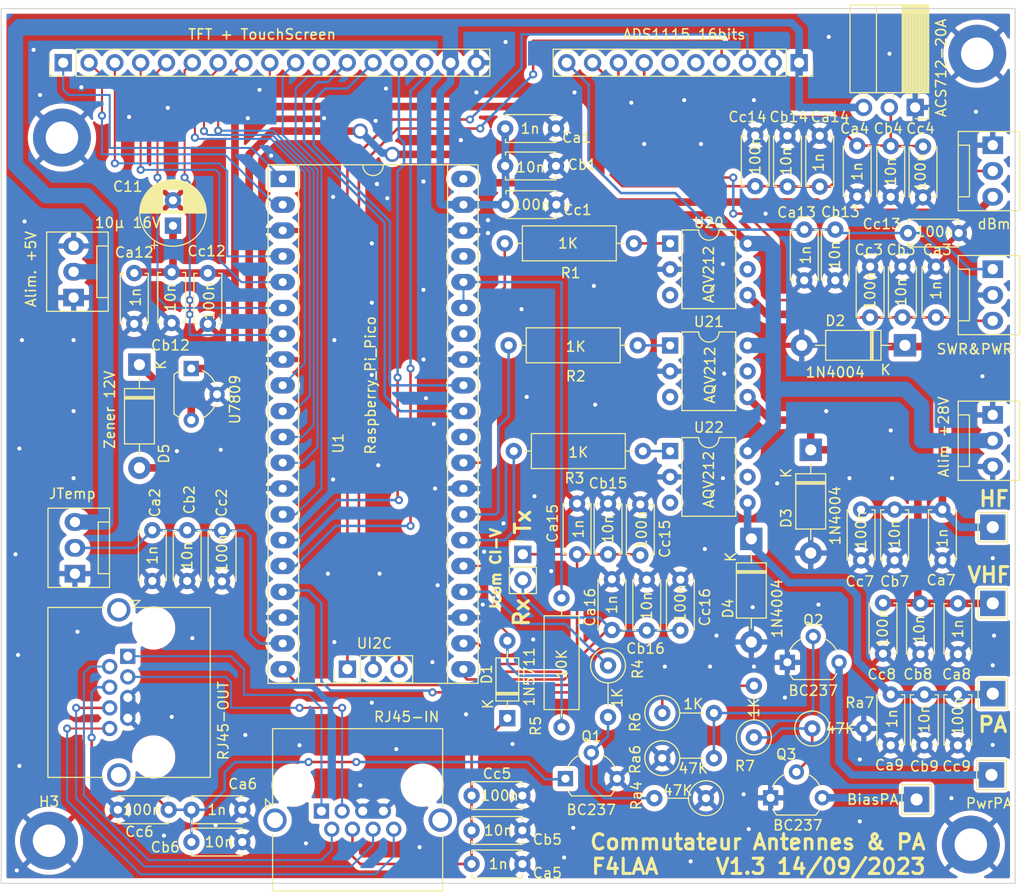
<source format=kicad_pcb>
(kicad_pcb (version 20211014) (generator pcbnew)
  (title_block (title "Commutateur Antennes et Ampli VHF 500W") (date "2023-09-09") (rev "1.1") (company "F4LAA (Christian ALLEGRE)"))
  (layers (0 "F.Cu" signal) (31 "B.Cu" power) (34 "B.Paste" user) (35 "F.Paste" user) (36 "B.SilkS" user "B.Silkscreen") (37 "F.SilkS" user "F.Silkscreen") (38 "B.Mask" user) (39 "F.Mask" user) (44 "Edge.Cuts" user))
  (net 0 "")
  (net 1 "GND")
  (net 2 "+5V")
  (net 3 "PTT In")
  (net 6 "+28V ")
  (net 7 "unconnected-(U21-Pad3)")
  (net 11 "Net-(R1-Pad2)")
  (net 12 "Net-(R2-Pad1)")
  (net 13 "Net-(R2-Pad2)")
  (net 14 "Net-(R3-Pad2)")
  (net 15 "+3.3V")
  (net 16 "dBm")
  (net 17 "SDA")
  (net 18 "SCL")
  (net 19 "T°")
  (net 20 "SWR")
  (net 21 "Amp")
  (net 22 "+9V")
  (net 23 "ADC1")
  (net 24 "ADC0")
  (net 25 "XP")
  (net 26 "YM")
  (net 27 "TX")
  (net 28 "RX")
  (net 29 "Net-(R1-Pad1)")
  (net 30 "Net-(R3-Pad1)")
  (net 31 "+28V")
  (net 32 "PTTOut")
  (net 33 "PWR")
  (net 34 "Net-(D1-Pad2)")
  (net 35 "Net-(Q2-Pad2)")
  (net 36 "CK2")
  (net 37 "CK1")
  (net 38 "+16V")
  (net 39 "CK3")
  (net 40 "CK220V")
  (net 41 "CPTTOut")
  (net 42 "CPAOnOff")
  (net 43 "CBiasPA")
  (net 44 "BiasPAOff")
  (footprint "Capacitor_THT:C_Disc_D4.7mm_W2.5mm_P5.00mm" (layer "F.Cu") (at 96.734 121.793 180)
    (fp_text reference "Cc6")
    (fp_text value "100n")
  )
  (footprint "Diode_THT:D_DO-41_SOD81_P10.16mm_Horizontal" (layer "F.Cu") (at 154.051 95.123 -90)
    (fp_text reference "D4")
    (fp_text value "1N4004")
  )
  (footprint "Connector_PinHeader_2.54mm:PinHeader_1x03_P2.54mm_Vertical" (layer "F.Cu") (at 114.315 107.95 90)
    (fp_text reference "UI2C")
    (fp_text value "I2C" hide)
  )
  (footprint "Connector_PinHeader_2.54mm:PinHeader_1x02_P2.54mm_Vertical" (layer "F.Cu") (at 131.572 96.642)
    (fp_text reference "JCIV1" hide)
    (fp_text value "Icom CI-V")
  )
  (footprint "Capacitor_THT:C_Disc_D4.7mm_W2.5mm_P5.00mm" (layer "F.Cu") (at 139.954 96.647 90)
    (fp_text reference "Cb15")
    (fp_text value "10n")
  )
  (footprint "Capacitor_THT:C_Disc_D4.7mm_W2.5mm_P5.00mm" (layer "F.Cu") (at 174.371 115.443 90)
    (fp_text reference "Cc9")
    (fp_text value "100n")
  )
  (footprint "Capacitor_THT:C_Disc_D4.7mm_W2.5mm_P5.00mm" (layer "F.Cu") (at 157.607 60.452 90)
    (fp_text reference "Cb14")
    (fp_text value "10n")
  )
  (footprint "Connector:FanPinHeader_1x03_P2.54mm_Vertical" (layer "F.Cu") (at 177.8 68.58 -90)
    (fp_text reference "JS+P" hide)
    (fp_text value "SWR&PWR")
  )
  (footprint "Capacitor_THT:C_Disc_D4.7mm_W2.5mm_P5.00mm" (layer "F.Cu") (at 171.069 115.443 90)
    (fp_text reference "Cb9")
    (fp_text value "10n")
  )
  (footprint "TestPoint:TestPoint_THTPad_2.5x2.5mm_Drill1.2mm" (layer "F.Cu") (at 177.8 101.473)
    (fp_text reference "CK2" hide)
    (fp_text value "RELAY_K2" hide)
  )
  (footprint "Resistor_THT:R_Axial_DIN0309_L9.0mm_D3.2mm_P5.08mm_Vertical" (layer "F.Cu") (at 139.954 107.588 -90)
    (fp_text reference "R4")
    (fp_text value "1K")
  )
  (footprint "KiCad_Stuff:DIP-40_0.700in_Socket_LongPads" (layer "F.Cu") (at 109.22 59.695)
    (fp_text reference "U1")
    (fp_text value "Raspberry_Pi_Pico")
  )
  (footprint "Connector:FanPinHeader_1x03_P2.54mm_Vertical" (layer "F.Cu") (at 87.376 71.374 90)
    (fp_text reference "J5" hide)
    (fp_text value "Alim. +5V")
  )
  (footprint "Capacitor_THT:C_Disc_D4.7mm_W2.5mm_P5.00mm" (layer "F.Cu") (at 172.847 92.242 -90)
    (fp_text reference "Ca7")
    (fp_text value "1n")
  )
  (footprint "Package_TO_SOT_THT:TO-92L_Wide" (layer "F.Cu") (at 98.954 78.359 -90)
    (fp_text reference "U7809")
    (fp_text value "LM78L09")
  )
  (footprint "Capacitor_THT:C_Disc_D4.7mm_W2.5mm_P5.00mm" (layer "F.Cu") (at 170.942 56.515 -90)
    (fp_text reference "Cc4")
    (fp_text value "100n")
  )
  (footprint "MountingHole:MountingHole_3.2mm_M3_ISO7380_Pad" (layer "F.Cu") (at 84.963 124.841)
    (fp_text reference "H3")
    (fp_text value "MountingHole_Pad" hide)
  )
  (footprint "Connector_PinSocket_2.54mm:PinSocket_1x03_P2.54mm_Horizontal" (layer "F.Cu") (at 170.165 52.66 -90)
    (fp_text reference "JAmp" hide)
    (fp_text value "ACS712-20A")
  )
  (footprint "Capacitor_THT:C_Disc_D4.7mm_W2.5mm_P5.00mm" (layer "F.Cu") (at 164.846 97.242 90)
    (fp_text reference "Cc7")
    (fp_text value "100n")
  )
  (footprint "Diode_THT:D_DO-41_SOD81_P10.16mm_Horizontal" (layer "F.Cu") (at 93.853 77.978 -90)
    (fp_text reference "D5")
    (fp_text value "Zener 12V")
  )
  (footprint "Capacitor_THT:C_Disc_D4.7mm_W2.5mm_P5.00mm" (layer "F.Cu") (at 172.212 73.326 90)
    (fp_text reference "Ca3")
    (fp_text value "1n")
  )
  (footprint "Connector:FanPinHeader_1x03_P2.54mm_Vertical" (layer "F.Cu") (at 87.509 98.552 90)
    (fp_text reference "JTemp")
    (fp_text value "Temp" hide)
  )
  (footprint "Capacitor_THT:C_Disc_D4.7mm_W2.5mm_P5.00mm" (layer "F.Cu") (at 98.973 124.968)
    (fp_text reference "Cb6")
    (fp_text value "10n")
  )
  (footprint "Connector_RJ:RJ45_Amphenol_RJHSE5380" (layer "F.Cu") (at 111.76 121.92)
    (fp_text reference "RJ45-IN")
    (fp_text value "RJ45_Amphenol_RJHSE5380" hide)
  )
  (footprint "TestPoint:TestPoint_THTPad_2.5x2.5mm_Drill1.2mm" (layer "F.Cu") (at 177.8 93.98)
    (fp_text reference "CK1" hide)
    (fp_text value "RELAY_K1" hide)
  )
  (footprint "TestPoint:TestPoint_THTPad_2.5x2.5mm_Drill1.2mm" (layer "F.Cu") (at 177.8 110.363)
    (fp_text reference "CK3" hide)
    (fp_text value "RELAY_K3" hide)
  )
  (footprint "Resistor_THT:R_Axial_DIN0309_L9.0mm_D3.2mm_P5.08mm_Vertical" (layer "F.Cu") (at 145.288 116.713)
    (fp_text reference "Ra6")
    (fp_text value "47K")
  )
  (footprint "Capacitor_THT:CP_Radial_D6.3mm_P2.50mm" (layer "F.Cu") (at 97.155 64.30138 90)
    (fp_text reference "C11")
    (fp_text value "10µ 16V")
  )
  (footprint "TestPoint:TestPoint_THTPad_2.5x2.5mm_Drill1.2mm" (layer "F.Cu") (at 170.307 120.777)
    (fp_text reference "CKBias1" hide)
    (fp_text value "BiasPA")
  )
  (footprint "Capacitor_THT:C_Disc_D4.7mm_W2.5mm_P5.00mm" (layer "F.Cu") (at 159.258 69.683 90)
    (fp_text reference "Ca13")
    (fp_text value "1n")
  )
  (footprint "Capacitor_THT:C_Disc_D4.7mm_W2.5mm_P5.00mm" (layer "F.Cu") (at 98.552 99.274 90)
    (fp_text reference "Cb2")
    (fp_text value "10n")
  )
  (footprint "Capacitor_THT:C_Disc_D4.7mm_W2.5mm_P5.00mm" (layer "F.Cu") (at 143.764 104.14 90)
    (fp_text reference "Cb16")
    (fp_text value "10n")
  )
  (footprint "Resistor_THT:R_Axial_DIN0309_L9.0mm_D3.2mm_P12.70mm_Horizontal" (layer "F.Cu") (at 130.175 76.073)
    (fp_text reference "R2")
    (fp_text value "1K")
  )
  (footprint "Capacitor_THT:C_Disc_D4.7mm_W2.5mm_P5.00mm" (layer "F.Cu") (at 140.335 104.1 90)
    (fp_text reference "Ca16")
    (fp_text value "1n")
  )
  (footprint "Capacitor_THT:C_Disc_D4.7mm_W2.5mm_P5.00mm" (layer "F.Cu") (at 93.345 68.961 -90)
    (fp_text reference "Ca12")
    (fp_text value "1n")
  )
  (footprint "Capacitor_THT:C_Disc_D4.7mm_W2.5mm_P5.00mm" (layer "F.Cu") (at 147.066 104.14 90)
    (fp_text reference "Cc16")
    (fp_text value "100n")
  )
  (footprint "Resistor_THT:R_Axial_DIN0309_L9.0mm_D3.2mm_P12.70mm_Horizontal" (layer "F.Cu") (at 130.683 86.487)
    (fp_text reference "R3")
    (fp_text value "1K")
  )
  (footprint "Capacitor_THT:C_Disc_D4.7mm_W2.5mm_P5.00mm" (layer "F.Cu") (at 136.906 96.647 90)
    (fp_text reference "Ca15")
    (fp_text value "1n")
  )
  (footprint "Capacitor_THT:C_Disc_D4.7mm_W2.5mm_P5.00mm" (layer "F.Cu") (at 160.782 60.452 90)
    (fp_text reference "Ca14")
    (fp_text value "1n")
  )
  (footprint "Capacitor_THT:C_Disc_D4.7mm_W2.5mm_P5.00mm" (layer "F.Cu") (at 170.688 101.473 -90)
    (fp_text reference "Cb8")
    (fp_text value "10n")
  )
  (footprint "Capacitor_THT:C_Disc_D4.7mm_W2.5mm_P5.00mm" (layer "F.Cu") (at 134.874 62.23 180)
    (fp_text reference "Cc1")
    (fp_text value "100n")
  )
  (footprint "Diode_THT:D_DO-35_SOD27_P7.62mm_Horizontal" (layer "F.Cu") (at 130.048 112.776 90)
    (fp_text reference "D1")
    (fp_text value "1N5711")
  )
  (footprint "Capacitor_THT:C_Disc_D4.7mm_W2.5mm_P5.00mm" (layer "F.Cu") (at 129.834 58.42)
    (fp_text reference "Cb1")
    (fp_text value "10n")
  )
  (footprint "Capacitor_THT:C_Disc_D4.7mm_W2.5mm_P5.00mm" (layer "F.Cu") (at 100.584 68.961 -90)
    (fp_text reference "Cc12")
    (fp_text value "100n")
  )
  (footprint "TestPoint:TestPoint_THTPad_2.5x2.5mm_Drill1.2mm" (layer "F.Cu") (at 177.673 118.364)
    (fp_text reference "CK220V" hide)
    (fp_text value "Alim 48V PA" hide)
  )
  (footprint "Capacitor_THT:C_Disc_D4.7mm_W2.5mm_P5.00mm" (layer "F.Cu") (at 164.465 56.428 -90)
    (fp_text reference "Ca4")
    (fp_text value "1n")
  )
  (footprint "Resistor_THT:R_Axial_DIN0309_L9.0mm_D3.2mm_P5.08mm_Vertical" (layer "F.Cu") (at 149.587 120.65 180)
    (fp_text reference "Ra4")
    (fp_text value "47K")
  )
  (footprint "Capacitor_THT:C_Disc_D4.7mm_W2.5mm_P5.00mm" (layer "F.Cu") (at 126.532 127.127)
    (fp_text reference "Ca5")
    (fp_text value "1n")
  )
  (footprint "Capacitor_THT:C_Disc_D4.7mm_W2.5mm_P5.00mm" (layer "F.Cu") (at 95.123 94.274 -90)
    (fp_text reference "Ca2")
    (fp_text value "1n")
  )
  (footprint "Diode_THT:D_DO-41_SOD81_P10.16mm_Horizontal" (layer "F.Cu") (at 159.893 86.36 -90)
    (fp_text reference "D3")
    (fp_text value "1N4004")
  )
  (footprint "Capacitor_THT:C_Disc_D4.7mm_W2.5mm_P5.00mm" (layer "F.Cu") (at 167.005 106.426 90)
    (fp_text reference "Cc8")
    (fp_text value "100n")
  )
  (footprint "Capacitor_THT:C_Disc_D4.7mm_W2.5mm_P5.00mm" (layer "F.Cu") (at 101.981 99.314 90)
    (fp_text reference "Cc2")
    (fp_text value "100n")
  )
  (footprint "MountingHole:MountingHole_3.2mm_M3_ISO7380_Pad" (layer "F.Cu") (at 86.233 55.626)
    (fp_text reference "H2" hide)
    (fp_text value "MountingHole_Pad" hide)
  )
  (footprint "Capacitor_THT:C_Disc_D4.7mm_W2.5mm_P5.00mm" (layer "F.Cu") (at 174.371 101.473 -90)
    (fp_text reference "Ca8")
    (fp_text value "1n")
  )
  (footprint "Capacitor_THT:C_Disc_D4.7mm_W2.5mm_P5.00mm" (layer "F.Cu") (at 165.735 73.326 90)
    (fp_text reference "Cc3")
    (fp_text value "100n")
  )
  (footprint "Package_DIP:DIP-6_W7.62mm" (layer "F.Cu") (at 146.06 86.487)
    (fp_text reference "U22")
    (fp_text value "AQV212")
  )
  (footprint "Diode_THT:D_DO-41_SOD81_P10.16mm_Horizontal" (layer "F.Cu") (at 169.164 76.073 180)
    (fp_text reference "D2")
    (fp_text value "1N4004")
  )
  (footprint "Capacitor_THT:C_Disc_D4.7mm_W2.5mm_P5.00mm" (layer "F.Cu") (at 167.767 56.468 -90)
    (fp_text reference "Cb4")
    (fp_text value "10n")
  )
  (footprint "Capacitor_THT:C_Disc_D4.7mm_W2.5mm_P5.00mm" (layer "F.Cu") (at 126.532 120.396)
    (fp_text reference "Cc5")
    (fp_text value "100n")
  )
  (footprint "Capacitor_THT:C_Disc_D4.7mm_W2.5mm_P5.00mm" (layer "F.Cu") (at 134.834 54.737 180)
    (fp_text reference "Ca1")
    (fp_text value "1n")
  )
  (footprint "Connector_PinSocket_2.54mm:PinSocket_1x10_P2.54mm_Vertical" (layer "F.Cu") (at 158.75 48.26 -90)
    (fp_text reference "JADC16bits" hide)
    (fp_text value "ADS1115 16bits")
  )
  (footprint "Connector:FanPinHeader_1x03_P2.54mm_Vertical" (layer "F.Cu") (at 177.8 56.378 -90)
    (fp_text reference "JdBm" hide)
    (fp_text value "dBm")
  )
  (footprint "Resistor_THT:R_Axial_DIN0309_L9.0mm_D3.2mm_P5.08mm_Vertical" (layer "F.Cu") (at 145.288 112.268)
    (fp_text reference "R6")
    (fp_text value "1K")
  )
  (footprint "Capacitor_THT:C_Disc_D4.7mm_W2.5mm_P5.00mm" (layer "F.Cu") (at 168.91 73.326 90)
    (fp_text reference "Cb3")
    (fp_text value "10n")
  )
  (footprint "MountingHole:MountingHole_3.2mm_M3_ISO7380_Pad" (layer "F.Cu") (at 175.641 125.222)
    (fp_text reference "H4" hide)
    (fp_text value "MountingHole_Pad" hide)
  )
  (footprint "Capacitor_THT:C_Disc_D4.7mm_W2.5mm_P5.00mm" (layer "F.Cu") (at 126.532 123.825)
    (fp_text reference "Cb5")
    (fp_text value "10n")
  )
  (footprint "Capacitor_THT:C_Disc_D4.7mm_W2.5mm_P5.00mm" (layer "F.Cu") (at 162.306 69.683 90)
    (fp_text reference "Cb13")
    (fp_text value "10n")
  )
  (footprint "Package_DIP:DIP-6_W7.62mm" (layer "F.Cu") (at 146.06 76.088)
    (fp_text reference "U21")
    (fp_text value "AQV212")
  )
  (footprint "Package_TO_SOT_THT:TO-92L_Wide" (layer "F.Cu") (at 155.946 120.611)
    (fp_text reference "Q3")
    (fp_text value "BC237")
  )
  (footprint "Capacitor_THT:C_Disc_D4.7mm_W2.5mm_P5.00mm" (layer "F.Cu") (at 97.028 68.874 -90)
    (fp_text reference "Cb12")
    (fp_text value "10n")
  )
  (footprint "Package_DIP:DIP-6_W7.62mm" (layer "F.Cu") (at 146.06 66.055)
    (fp_text reference "U20")
    (fp_text value "AQV212")
  )
  (footprint "Resistor_THT:R_Axial_DIN0309_L9.0mm_D3.2mm_P12.70mm_Horizontal" (layer "F.Cu") (at 129.794 66.04)
    (fp_text reference "R1")
    (fp_text value "1K")
  )
  (footprint "Connector_RJ:RJ45_Amphenol_RJHSE5380" (layer "F.Cu") (at 92.71 106.68 -90)
    (fp_text reference "RJ45-OUT")
    (fp_text value "RJ45_Amphenol_RJHSE5380" hide)
  )
  (footprint "Resistor_THT:R_Axial_DIN0309_L9.0mm_D3.2mm_P5.08mm_Vertical" (layer "F.Cu") (at 160.039 113.792)
    (fp_text reference "Ra7")
    (fp_text value "47K")
  )
  (footprint "Package_TO_SOT_THT:TO-92L_Wide" (layer "F.Cu") (at 157.597 107.276)
    (fp_text reference "Q2")
    (fp_text value "BC237")
  )
  (footprint "Capacitor_THT:C_Disc_D4.7mm_W2.5mm_P5.00mm" (layer "F.Cu") (at 143.129 96.734 90)
    (fp_text reference "Cc15")
    (fp_text value "100n")
  )
  (footprint "Connector_PinHeader_2.54mm:PinHeader_1x17_P2.54mm_Vertical" (layer "F.Cu") (at 86.355 48.26 90)
    (fp_text reference "JTFT+Touch" hide)
    (fp_text value "TFT + TouchScreen")
  )
  (footprint "Capacitor_THT:C_Disc_D4.7mm_W2.5mm_P5.00mm" (layer "F.Cu") (at 154.432 60.412 90)
    (fp_text reference "Cc14")
    (fp_text value "100n")
  )
  (footprint "Connector:FanPinHeader_1x03_P2.54mm_Vertical" (layer "F.Cu") (at 177.794 82.921 -90)
    (fp_text reference "Alim +28V")
    (fp_text value "Alim28V" hide)
  )
  (footprint "Capacitor_THT:C_Disc_D4.7mm_W2.5mm_P5.00mm" (layer "F.Cu") (at 167.767 115.443 90)
    (fp_text reference "Ca9")
    (fp_text value "1n")
  )
  (footprint "Resistor_THT:R_Axial_DIN0309_L9.0mm_D3.2mm_P12.70mm_Horizontal" (layer "F.Cu") (at 135.382 113.665 90)
    (fp_text reference "R5")
    (fp_text value "10K")
  )
  (footprint "Capacitor_THT:C_Disc_D4.7mm_W2.5mm_P5.00mm" (layer "F.Cu") (at 98.973 121.793)
    (fp_text reference "Ca6")
    (fp_text value "1n")
  )
  (footprint "Package_TO_SOT_THT:TO-92L_Wide" (layer "F.Cu") (at 135.763 118.724)
    (fp_text reference "Q1")
    (fp_text value "BC237")
  )
  (footprint "Capacitor_THT:C_Disc_D4.7mm_W2.5mm_P5.00mm" (layer "F.Cu") (at 168.148 97.242 90)
    (fp_text reference "Cb7")
    (fp_text value "10n")
  )
  (footprint "Capacitor_THT:C_Disc_D4.7mm_W2.5mm_P5.00mm" (layer "F.Cu") (at 169.458 65.024)
    (fp_text reference "Cc13")
    (fp_text value "100n")
  )
  (footprint "MountingHole:MountingHole_3.2mm_M3_ISO7380_Pad" (layer "F.Cu") (at 176.276 47.371)
    (fp_text reference "H1" hide)
    (fp_text value "MountingHole_Pad" hide)
  )
  (footprint "Resistor_THT:R_Axial_DIN0309_L9.0mm_D3.2mm_P5.08mm_Vertical" (layer "F.Cu") (at 154.305 114.662 90)
    (fp_text reference "R7")
    (fp_text value "1K")
  )
  (gr_line (start 80.264 42.926) (end 180 42.926) (layer "Edge.Cuts") (width 0.1))
  (gr_line (start 180 43) (end 180 129.032) (layer "Edge.Cuts") (width 0.1))
  (gr_line (start 80.264 129.032) (end 80.264 42.926) (layer "Edge.Cuts") (width 0.1))
  (gr_line (start 180 129.032) (end 80.264 129.032) (layer "Edge.Cuts") (width 0.1))
  (gr_text "F4LAA     V1.3 14/09/2023" (at 138.176 127.381) (layer "F.SilkS") (effects (font (size 1.5 1.5) (thickness 0.3)) (justify left)))
  (gr_text "HF" (at 177.927 91.186) (layer "F.SilkS") (effects (font (size 1.5 1.5) (thickness 0.3))))
  (gr_text "PwrPA" (at 177.419 121.158) (layer "F.SilkS") (effects (font (size 1 1))))
  (gr_text "Rx\n" (at 131.445 102.362 90) (layer "F.SilkS") (effects (font (size 1.5 1.5) (thickness 0.3))))
  (gr_text "Tx" (at 131.572 93.472 90) (layer "F.SilkS") (effects (font (size 1.5 1.5) (thickness 0.3))))
  (gr_text "VHF" (at 177.419 98.679) (layer "F.SilkS") (effects (font (size 1.5 1.5) (thickness 0.3))))
  (gr_text "PA" (at 177.8 113.411) (layer "F.SilkS") (effects (font (size 1.5 1.5) (thickness 0.3))))
  (gr_text "Commutateur Antennes & PA" (at 154.686 124.968) (layer "F.SilkS") (effects (font (size 1.5 1.5) (thickness 0.3))))
  (segment (start 99.314 51.308) (end 99.314 55.626) (width 0.2) (layer "F.Cu") (net 0))
  (segment (start 86.741 113.792) (end 90.93 113.792) (width 0.2) (layer "F.Cu") (net 0))
  (segment (start 93.975 48.26) (end 93.975 58.796) (width 0.2) (layer "F.Cu") (net 0))
  (segment (start 160.039 116.518) (end 158.486 118.071) (width 0.25) (layer "F.Cu") (net 0))
  (segment (start 101.6 52.5145) (end 103.9495 50.165) (width 0.2) (layer "F.Cu") (net 0))
  (segment (start 101.6 54.9435) (end 101.6 52.5145) (width 0.2) (layer "F.Cu") (net 0))
  (segment (start 101.595 48.9) (end 99.319 51.176) (width 0.2) (layer "F.Cu") (net 0))
  (segment (start 100.457 51.938) (end 100.457 51.943) (width 0.2) (layer "F.Cu") (net 0))
  (segment (start 104.135 48.26) (end 100.457 51.938) (width 0.2) (layer "F.Cu") (net 0))
  (segment (start 90.17 49.535) (end 88.895 48.26) (width 0.2) (layer "F.Cu") (net 0))
  (segment (start 103.9495 50.165) (end 106.68 50.165) (width 0.2) (layer "F.Cu") (net 0))
  (segment (start 101.595 48.26) (end 101.595 48.9) (width 0.2) (layer "F.Cu") (net 0))
  (segment (start 90.17 53.467) (end 90.17 49.535) (width 0.2) (layer "F.Cu") (net 0))
  (segment (start 100.203 52.197) (end 100.203 54.991) (width 0.2) (layer "F.Cu") (net 0))
  (segment (start 95.631 59.563) (end 95.631 49.144) (width 0.2) (layer "F.Cu") (net 0))
  (segment (start 98.806 73.025) (end 98.806 71.628) (width 0.2) (layer "F.Cu") (net 0))
  (segment (start 87.63 111.76) (end 90.93 111.76) (width 0.25) (layer "F.Cu") (net 0))
  (segment (start 100.457 51.943) (end 100.203 52.197) (width 0.2) (layer "F.Cu") (net 0))
  (segment (start 106.675 50.16) (end 106.675 48.26) (width 0.2) (layer "F.Cu") (net 0))
  (segment (start 109.601 111.76) (end 113.792 111.76) (width 0.2) (layer "F.Cu") (net 0))
  (segment (start 98.298 49.017) (end 99.055 48.26) (width 0.2) (layer "F.Cu") (net 0))
  (segment (start 99.319 51.176) (end 99.319 51.308) (width 0.2) (layer "F.Cu") (net 0))
  (segment (start 91.435 58.161) (end 91.435 48.26) (width 0.2) (layer "F.Cu") (net 0))
  (segment (start 91.44 58.166) (end 91.435 58.161) (width 0.2) (layer "F.Cu") (net 0))
  (segment (start 160.039 113.792) (end 160.039 116.518) (width 0.25) (layer "F.Cu") (net 0))
  (segment (start 98.298 59.563) (end 98.298 49.017) (width 0.2) (layer "F.Cu") (net 0))
  (segment (start 93.975 58.796) (end 93.98 58.801) (width 0.2) (layer "F.Cu") (net 0))
  (segment (start 95.631 49.144) (end 96.515 48.26) (width 0.2) (layer "F.Cu") (net 0))
  (segment (start 106.68 50.165) (end 106.675 50.16) (width 0.2) (layer "F.Cu") (net 0))
  (via (at 99.314 55.626) (size 0.8) (drill 0.4) (layers "F.Cu" "B.Cu") (net 0))
  (via (at 87.63 111.76) (size 0.8) (drill 0.4) (layers "F.Cu" "B.Cu") (net 0))
  (via (at 98.806 71.628) (size 0.8) (drill 0.4) (layers "F.Cu" "B.Cu") (net 0))
  (via (at 113.792 111.76) (size 0.8) (drill 0.4) (layers "F.Cu" "B.Cu") (net 0))
  (via (at 99.314 55.626) (size 0.8) (drill 0.4) (layers "F.Cu" "B.Cu") (net 0))
  (via (at 100.203 54.991) (size 0.8) (drill 0.4) (layers "F.Cu" "B.Cu") (net 0))
  (via (at 93.98 58.801) (size 0.8) (drill 0.4) (layers "F.Cu" "B.Cu") (net 0))
  (via (at 109.601 111.76) (size 0.8) (drill 0.4) (layers "F.Cu" "B.Cu") (net 0))
  (via (at 98.806 73.025) (size 0.8) (drill 0.4) (layers "F.Cu" "B.Cu") (net 0))
  (via (at 90.17 53.467) (size 0.8) (drill 0.4) (layers "F.Cu" "B.Cu") (net 0))
  (via (at 86.741 113.792) (size 0.8) (drill 0.4) (layers "F.Cu" "B.Cu") (net 0))
  (via (at 101.6 54.9435) (size 0.8) (drill 0.4) (layers "F.Cu" "B.Cu") (net 0))
  (via (at 91.44 58.166) (size 0.8) (drill 0.4) (layers "F.Cu" "B.Cu") (net 0))
  (via (at 95.631 59.563) (size 0.8) (drill 0.4) (layers "F.Cu" "B.Cu") (net 0))
  (via (at 98.298 59.563) (size 0.8) (drill 0.4) (layers "F.Cu" "B.Cu") (net 0))
  (segment (start 156.083 114.681) (end 156.972 113.792) (width 0.25) (layer "B.Cu") (net 0))
  (segment (start 113.792 111.76) (end 113.792 121.92) (width 0.2) (layer "B.Cu") (net 0))
  (segment (start 102.87 111.76) (end 102.87 109.22) (width 0.2) (layer "B.Cu") (net 0))
  (segment (start 107.95 85.095) (end 109.85 85.095) (width 0.2) (layer "B.Cu") (net 0))
  (segment (start 111.379 86.106) (end 109.85 87.635) (width 0.2) (layer "B.Cu") (net 0))
  (segment (start 112.776 125.73) (end 112.776 123.7) (width 0.2) (layer "B.Cu") (net 0))
  (segment (start 107.95 49.525) (end 107.95 55.372) (width 0.2) (layer "B.Cu") (net 0))
  (segment (start 107.824 75.061) (end 98.81 75.061) (width 0.2) (layer "B.Cu") (net 0))
  (segment (start 100.584 55.372) (end 106.934 55.372) (width 0.2) (layer "B.Cu") (net 0))
  (segment (start 92.71 106.68) (end 102.87 106.68) (width 0.2) (layer "B.Cu") (net 0))
  (segment (start 90.17 57.277) (end 90.17 53.467) (width 0.2) (layer "B.Cu") (net 0))
  (segment (start 98.298 59.563) (end 98.806 60.071) (width 0.2) (layer "B.Cu") (net 0))
  (segment (start 109.22 56.007) (end 111.76 58.547) (width 0.2) (layer "B.Cu") (net 0))
  (segment (start 101.727 67.691) (end 103.891 69.855) (width 0.2) (layer "B.Cu") (net 0))
  (segment (start 98.81 75.061) (end 98.806 75.057) (width 0.2) (layer "B.Cu") (net 0))
  (segment (start 109.85 87.635) (end 107.95 87.635) (width 0.2) (layer "B.Cu") (net 0))
  (segment (start 86.355 50.922) (end 86.868 51.435) (width 0.2) (layer "B.Cu") (net 0))
  (segment (start 111.755 48.26) (end 111.755 49.462081) (width 0.2) (layer "B.Cu") (net 0))
  (segment (start 107.95 55.372) (end 111.379 58.801) (width 0.2) (layer "B.Cu") (net 0))
  (segment (start 93.98 58.801) (end 101.346 58.801) (width 0.2) (layer "B.Cu") (net 0))
  (segment (start 102.87 109.22) (end 102.362 108.712) (width 0.2) (layer "B.Cu") (net 0))
  (segment (start 90.932 56.642) (end 104.897 56.642) (width 0.2) (layer "B.Cu") (net 0))
  (segment (start 99.314 55.626) (end 99.441 55.753) (width 0.2) (layer "B.Cu") (net 0))
  (segment (start 100.203 54.991) (end 100.584 55.372) (width 0.2) (layer "B.Cu") (net 0))
  (segment (start 110.49 49.53) (end 109.22 50.8) (width 0.2) (layer "B.Cu") (net 0))
  (segment (start 96.647 72.39) (end 95.631 71.374) (width 0.2) (layer "B.Cu") (net 0))
  (segment (start 99.441 55.753) (end 106.807 55.753) (width 0.2) (layer "B.Cu") (net 0))
  (segment (start 154.305 114.681) (end 156.083 114.681) (width 0.25) (layer "B.Cu") (net 0))
  (segment (start 98.806 60.071) (end 98.806 71.628) (width 0.2) (layer "B.Cu") (net 0))
  (segment (start 101.727 59.182) (end 101.727 67.691) (width 0.2) (layer "B.Cu") (net 0))
  (segment (start 94.742 126.746) (end 111.76 126.746) (width 0.2) (layer "B.Cu") (net 0))
  (segment (start 102.87 106.68) (end 104.14 107.95) (width 0.2) (layer "B.Cu") (net 0))
  (segment (start 101.727 58.166) (end 102.494 58.933) (width 0.2) (layer "B.Cu") (net 0))
  (segment (start 91.44 58.166) (end 101.727 58.166) (width 0.2) (layer "B.Cu") (net 0))
  (segment (start 156.972 113.792) (end 158.496 113.792) (width 0.25) (layer "B.Cu") (net 0))
  (segment (start 110.617 81.026) (end 109.088 82.555) (width 0.2) (layer "B.Cu") (net 0))
  (segment (start 105.278 72.395) (end 105.273 72.39) (width 0.2) (layer "B.Cu") (net 0))
  (segment (start 88.392 108.331) (end 88.392 120.396) (width 0.2) (layer "B.Cu") (net 0))
  (segment (start 110.109 59.055) (end 110.109 77.856) (width 0.2) (layer "B.Cu") (net 0))
  (segment (start 94.361 127.381) (end 114.681 127.381) (width 0.2) (layer "B.Cu") (net 0))
  (segment (start 86.868 51.435) (end 90.932 51.435) (width 0.2) (layer "B.Cu") (net 0))
  (segment (start 109.088 82.555) (end 107.95 82.555) (width 0.2) (layer "B.Cu") (net 0))
  (segment (start 107.193 62.235) (end 102.235 57.277) (width 0.2) (layer "B.Cu") (net 0))
  (segment (start 109.215 48.26) (end 107.95 49.525) (width 0.2) (layer "B.Cu") (net 0))
  (segment (start 109.85 85.095) (end 110.998 83.947) (width 0.2) (layer "B.Cu") (net 0))
  (segment (start 102.494 58.933) (end 102.494 67.315) (width 0.2) (layer "B.Cu") (net 0))
  (segment (start 104.897 56.642) (end 107.95 59.695) (width 0.2) (layer "B.Cu") (net 0))
  (segment (start 106.807 55.753) (end 110.109 59.055) (width 0.2) (layer "B.Cu") (net 0))
  (segment (start 105.161 72.395) (end 105.278 72.395) (width 0.2) (layer "B.Cu") (net 0))
  (segment (start 107.95 74.935) (end 107.824 75.061) (width 0.2) (layer "B.Cu") (net 0))
  (segment (start 102.494 67.315) (end 107.95 67.315) (width 0.2) (layer "B.Cu") (net 0))
  (segment (start 109.22 50.8) (end 109.22 56.007) (width 0.2) (layer "B.Cu") (net 0))
  (segment (start 93.98 128.143) (end 117.094 128.143) (width 0.2) (layer "B.Cu") (net 0))
  (segment (start 107.95 62.235) (end 107.193 62.235) (width 0.2) (layer "B.Cu") (net 0))
  (segment (start 102.235 57.277) (end 90.17 57.277) (width 0.2) (layer "B.Cu") (net 0))
  (segment (start 107.0135 54.9435) (end 101.6 54.9435) (width 0.2) (layer "B.Cu") (net 0))
  (segment (start 110.998 58.928) (end 107.0135 54.9435) (width 0.2) (layer "B.Cu") (net 0))
  (segment (start 110.998 83.947) (end 110.998 58.928) (width 0.2) (layer "B.Cu") (net 0))
  (segment (start 109.215 92.715) (end 107.95 92.715) (width 0.2) (layer "B.Cu") (net 0))
  (segment (start 111.755 49.462081) (end 111.687081 49.53) (width 0.2) (layer "B.Cu") (net 0))
  (segment (start 86.355 48.26) (end 86.355 50.922) (width 0.2) (layer "B.Cu") (net 0))
  (segment (start 109.601 111.76) (end 102.87 111.76) (width 0.2) (layer "B.Cu") (net 0))
  (segment (start 111.379 58.801) (end 111.379 86.106) (width 0.2) (layer "B.Cu") (net 0))
  (segment (start 110.617 59.055) (end 110.617 81.026) (width 0.2) (layer "B.Cu") (net 0))
  (segment (start 104.14 107.95) (end 104.14 110.49) (width 0.2) (layer "B.Cu") (net 0))
  (segment (start 87.63 111.76) (end 87.63 120.65) (width 0.2) (layer "B.Cu") (net 0))
  (segment (start 118.872 126.365) (end 118.872 123.7) (width 0.2) (layer "B.Cu") (net 0))
  (segment (start 105.273 72.39) (end 96.647 72.39) (width 0.2) (layer "B.Cu") (net 0))
  (segment (start 158.496 113.792) (end 160.039 113.792) (width 0.25) (layer "B.Cu") (net 0))
  (segment (start 102.362 108.712) (end 92.71 108.712) (width 0.2) (layer "B.Cu") (net 0))
  (segment (start 88.392 120.396) (end 94.742 126.746) (width 0.2) (layer "B.Cu") (net 0))
  (segment (start 103.891 69.855) (end 107.95 69.855) (width 0.2) (layer "B.Cu") (net 0))
  (segment (start 105.278 72.395) (end 107.95 72.395) (width 0.2) (layer "B.Cu") (net 0))
  (segment (start 111.687081 49.53) (end 110.49 49.53) (width 0.2) (layer "B.Cu") (net 0))
  (segment (start 101.346 58.801) (end 101.727 59.182) (width 0.2) (layer "B.Cu") (net 0))
  (segment (start 111.76 58.547) (end 111.76 90.17) (width 0.2) (layer "B.Cu") (net 0))
  (segment (start 111.76 126.746) (end 112.776 125.73) (width 0.2) (layer "B.Cu") (net 0))
  (segment (start 87.63 120.65) (end 94.361 127.381) (width 0.2) (layer "B.Cu") (net 0))
  (segment (start 110.109 77.856) (end 107.95 80.015) (width 0.2) (layer "B.Cu") (net 0))
  (segment (start 86.741 120.904) (end 93.98 128.143) (width 0.2) (layer "B.Cu") (net 0))
  (segment (start 89.027 107.696) (end 88.392 108.331) (width 0.2) (layer "B.Cu") (net 0))
  (segment (start 114.681 127.381) (end 116.84 125.222) (width 0.2) (layer "B.Cu") (net 0))
  (segment (start 110.49 110.49) (end 111.76 111.76) (width 0.2) (layer "B.Cu") (net 0))
  (segment (start 117.094 128.143) (end 118.872 126.365) (width 0.2) (layer "B.Cu") (net 0))
  (segment (start 116.84 125.222) (end 116.84 123.7) (width 0.2) (layer "B.Cu") (net 0))
  (segment (start 90.93 107.696) (end 89.027 107.696) (width 0.2) (layer "B.Cu") (net 0))
  (segment (start 86.741 113.792) (end 86.741 120.904) (width 0.2) (layer "B.Cu") (net 0))
  (segment (start 98.806 75.057) (end 98.806 73.025) (width 0.2) (layer "B.Cu") (net 0))
  (segment (start 106.934 55.372) (end 110.617 59.055) (width 0.2) (layer "B.Cu") (net 0))
  (segment (start 104.14 110.49) (end 110.49 110.49) (width 0.2) (layer "B.Cu") (net 0))
  (segment (start 90.932 51.435) (end 90.932 56.642) (width 0.2) (layer "B.Cu") (net 0))
  (segment (start 111.76 111.76) (end 111.76 121.92) (width 0.2) (layer "B.Cu") (net 0))
  (segment (start 95.631 71.374) (end 95.631 59.563) (width 0.2) (layer "B.Cu") (net 0))
  (segment (start 111.76 90.17) (end 109.215 92.715) (width 0.2) (layer "B.Cu") (net 0))
  (segment (start 158.486 113.802) (end 158.496 113.792) (width 0.2) (layer "B.Cu") (net 0))
  (segment (start 177.673 71.247) (end 177.8 71.12) (width 0.25) (layer "F.Cu") (net 1))
  (via (at 116.713 66.04) (size 0.8) (drill 0.4) (layers "F.Cu" "B.Cu") (net 1))
  (via (at 101.854 86.36) (size 0.8) (drill 0.4) (layers "F.Cu" "B.Cu") (net 1))
  (via (at 109.601 115.443) (size 0.8) (drill 0.4) (layers "F.Cu" "B.Cu") (net 1))
  (via (at 154.178 101.854) (size 0.8) (drill 0.4) (layers "F.Cu" "B.Cu") (net 1))
  (via (at 129.873751 46.218501) (size 0.8) (drill 0.4) (layers "F.Cu" "B.Cu") (net 1))
  (via (at 122.809 83.82) (size 0.8) (drill 0.4) (layers "F.Cu" "B.Cu") (net 1))
  (via (at 128.143 63.754) (size 0.8) (drill 0.4) (layers "F.Cu" "B.Cu") (net 1))
  (via (at 132.715 90.932) (size 0.8) (drill 0.4) (layers "F.Cu" "B.Cu") (net 1))
  (via (at 121.793 70.612) (size 0.8) (drill 0.4) (layers "F.Cu" "B.Cu") (net 1))
  (via (at 177.8 97.028) (size 0.8) (drill 0.4) (layers "F.Cu" "B.Cu") (net 1))
  (via (at 105.664 50.927) (size 0.8) (drill 0.4) (layers "F.Cu" "B.Cu") (net 1))
  (via (at 160.655 101.6) (size 0.8) (drill 0.4) (layers "F.Cu" "B.Cu") (net 1))
  (via (at 116.713 111.252) (size 0.8) (drill 0.4) (layers "F.Cu" "B.Cu") (net 1))
  (via (at 97.028 112.649) (size 0.8) (drill 0.4) (layers "F.Cu" "B.Cu") (net 1))
  (via (at 130.556 115.316) (size 0.8) (drill 0.4) (layers "F.Cu" "B.Cu") (net 1))
  (via (at 131.953 81.153) (size 0.8) (drill 0.4) (layers "F.Cu" "B.Cu") (net 1))
  (via (at 87.376 82.55) (size 0.8) (drill 0.4) (layers "F.Cu" "B.Cu") (net 1))
  (via (at 129.667 93.599) (size 0.8) (drill 0.4) (layers "F.Cu" "B.Cu") (net 1))
  (via (at 125.476 55.88) (size 0.8) (drill 0.4) (layers "F.Cu" "B.Cu") (net 1))
  (via (at 87.376 89.154) (size 0.8) (drill 0.4) (layers "F.Cu" "B.Cu") (net 1))
  (via (at 148.082 126.873) (size 0.8) (drill 0.4) (layers "F.Cu" "B.Cu") (net 1))
  (via (at 142.24 52.197) (size 0.8) (drill 0.4) (layers "F.Cu" "B.Cu") (net 1))
  (via (at 177.8 107.569) (size 0.8) (drill 0.4) (layers "F.Cu" "B.Cu") (net 1))
  (via (at 81.788 127.762) (size 0.8) (drill 0.4) (layers "F.Cu" "B.Cu") (net 1))
  (via (at 167.894 89.154) (size 0.8) (drill 0.4) (layers "F.Cu" "B.Cu") (net 1))
  (via (at 138.557 70.231) (size 0.8) (drill 0.4) (layers "F.Cu" "B.Cu") (net 1))
  (via (at 117.221 60.198) (size 0.8) (drill 0.4) (layers "F.Cu" "B.Cu") (net 1))
  (via (at 81.915 106.553) (size 0.8) (drill 0.4) (layers "F.Cu" "B.Cu") (net 1))
  (via (at 149.475117 96.124199) (size 0.8) (drill 0.4) (layers "F.Cu" "B.Cu") (net 1))
  (via (at 82.296 75.565) (size 0.8) (drill 0.4) (layers "F.Cu" "B.Cu") (net 1))
  (via (at 156.591 89.662) (size 0.8) (drill 0.4) (layers "F.Cu" "B.Cu") (net 1))
  (via (at 112.903 61.468) (size 0.8) (drill 0.4) (layers "F.Cu" "B.Cu") (net 1))
  (via (at 147.447 51.943) (size 0.8) (drill 0.4) (layers "F.Cu" "B.Cu") (net 1))
  (via (at 84.074 51.435) (size 0.8) (drill 0.4) (layers "F.Cu" "B.Cu") (net 1))
  (via (at 176.149 53.086) (size 0.8) (drill 0.4) (layers "F.Cu" "B.Cu") (net 1))
  (via (at 121.793 59.944) (size 0.8) (drill 0.4) (layers "F.Cu" "B.Cu") (net 1))
  (via (at 96.266 124.333) (size 0.8) (drill 0.4) (layers "F.Cu" "B.Cu") (net 1))
  (via (at 117.094 53.975) (size 0.8) (drill 0.4) (layers "F.Cu" "B.Cu") (net 1))
  (via (at 81.661 96.647) (size 0.8) (drill 0.4) (layers "F.Cu" "B.Cu") (net 1))
  (via (at 97.536 86.487) (size 0.8) (drill 0.4) (layers "F.Cu" "B.Cu") (net 1))
  (via (at 177.927 104.648) (size 0.8) (drill 0.4) (layers "F.Cu" "B.Cu") (net 1))
  (via (at 121.412 125.476) (size 0.8) (drill 0.4) (layers "F.Cu" "B.Cu") (net 1))
  (via (at 99.06 104.902) (size 0.8) (drill 0.4) (layers "F.Cu" "B.Cu") (net 1))
  (via (at 131.445 72.517) (size 0.8) (drill 0.4) (layers "F.Cu" "B.Cu") (net 1))
  (via (at 119.126 115.824) (size 0.8) (drill 0.4) (layers "F.Cu" "B.Cu") (net 1))
  (via (at 123.19 99.695) (size 0.8) (drill 0.4) (layers "F.Cu" "B.Cu") (net 1))
  (via (at 104.267 114.427) (size 0.8) (drill 0.4) (layers "F.Cu" "B.Cu") (net 1))
  (via (at 82.55 63.881) (size 0.8) (drill 0.4) (layers "F.Cu" "B.Cu") (net 1))
  (via (at 125.476 55.88) (size 0.8) (drill 0.4) (layers "F.Cu" "B.Cu") (net 1))
  (via (at 164.719 116.84) (size 0.8) (drill 0.4) (layers "F.Cu" "B.Cu") (net 1))
  (via (at 157.353 110.744) (size 0.8) (drill 0.4) (layers "F.Cu" "B.Cu") (net 1))
  (via (at 82.042 117.475) (size 0.8) (drill 0.4) (layers "F.Cu" "B.Cu") (net 1))
  (via (at 116.713 78.994) (size 0.8) (drill 0.4) (layers "F.Cu" "B.Cu") (net 1))
  (via (at 83.439 46.99) (size 0.8) (drill 0.4) (layers "F.Cu" "B.Cu") (net 1))
  (via (at 177.795958 115.407173) (size 0.8) (drill 0.4) (layers "F.Cu" "B.Cu") (net 1))
  (via (at 153.797 123.698) (size 0.8) (drill 0.4) (layers "F.Cu" "B.Cu") (net 1))
  (via (at 122.67725 107.262753) (size 0.8) (drill 0.4) (layers "F.Cu" "B.Cu") (net 1))
  (via (at 135.636 126.492) (size 0.8) (drill 0.4) (layers "F.Cu" "B.Cu") (net 1))
  (via (at 118.11 50.8) (size 0.8) (drill 0.4) (layers "F.Cu" "B.Cu") (net 1))
  (via (at 149.098 56.261) (size 0.8) (drill 0.4) (layers "F.Cu" "B.Cu") (net 1))
  (via (at 87.376 75.565) (size 0.8) (drill 0.4) (layers "F.Cu" "B.Cu") (net 1))
  (via (at 122.047 81.28) (size 0.8) (drill 0.4) (layers "F.Cu" "B.Cu") (net 1))
  (via (at 101.346 123.317) (size 0.8) (drill 0.4) (layers "F.Cu" "B.Cu") (net 1))
  (via (at 104.521 53.721) (size 0.8) (drill 0.4) (layers "F.Cu" "B.Cu") (net 1))
  (via (at 127 51.181) (size 0.8) (drill 0.4) (layers "F.Cu" "B.Cu") (net 1))
  (via (at 110.236 125.095) (size 0.8) (drill 0.4) (layers "F.Cu" "B.Cu") (net 1))
  (via (at 112.014 53.721) (size 0.8) (drill 0.4) (layers "F.Cu" "B.Cu") (net 1))
  (via (at 136.525 123.571) (size 0.8) (drill 0.4) (layers "F.Cu" "B.Cu") (net 1))
  (via (at 161.417 82.55) (size 0.8) (drill 0.4) (layers "F.Cu" "B.Cu") (net 1))
  (via (at 163.703 89.154) (size 0.8) (drill 0.4) (layers "F.Cu" "B.Cu") (net 1))
  (via (at 117.221 60.198) (size 0.8) (drill 0.4) (layers "F.Cu" "B.Cu") (net 1))
  (via (at 117.475 98.552) (size 0.8) (drill 0.4) (layers "F.Cu" "B.Cu") (net 1))
  (via (at 136.652 51.181) (size 0.8) (drill 0.4) (layers "F.Cu" "B.Cu") (net 1))
  (via (at 138.684 81.915) (size 0.8) (drill 0.4) (layers "F.Cu" "B.Cu") (net 1))
  (via (at 167.767 84.455) (size 0.8) (drill 0.4) (layers "F.Cu" "B.Cu") (net 1))
  (via (at 128.143 65.024) (size 0.8) (drill 0.4) (layers "F.Cu" "B.Cu") (net 1))
  (via (at 122.936 90.17) (size 0.8) (drill 0.4) (layers "F.Cu" "B.Cu") (net 1))
  (via (at 82.042 86.233) (size 0.8) (drill 0.4) (layers "F.Cu" "B.Cu") (net 1))
  (via (at 150.622 104.648) (size 0.8) (drill 0.4) (layers "F.Cu" "B.Cu") (net 1))
  (via (at 161.671 45.72) (size 0.8) (drill 0.4) (layers "F.Cu" "B.Cu") (net 1))
  (via (at 116.713 71.882) (size 0.8) (drill 0.4) (layers "F.Cu" "B.Cu") (net 1))
  (via (at 112.903 89.281) (size 0.8) (drill 0.4) (layers "F.Cu" "B.Cu") (net 1))
  (via (at 88.138 50.673) (size 0.8) (drill 0.4) (layers "F.Cu" "B.Cu") (net 1))
  (via (at 125.984 112.395) (size 0.8) (drill 0.4) (layers "F.Cu" "B.Cu") (net 1))
  (via (at 112.395 98.552) (size 0.8) (drill 0.4) (layers "F.Cu" "B.Cu") (net 1))
  (via (at 173.736 120.65) (size 0.8) (drill 0.4) (layers "F.Cu" "B.Cu") (net 1))
  (via (at 92.837 53.594) (size 0.8) (drill 0.4) (layers "F.Cu" "B.Cu") (net 1))
  (via (at 87.757 104.267) (size 0.8) (drill 0.4) (layers "F.Cu" "B.Cu") (net 1))
  (via (at 145.542 107.696) (size 0.8) (drill 0.4) (layers "F.Cu" "B.Cu") (net 1))
  (via (at 127.762 96.393) (size 0.8) (drill 0.4) (layers "F.Cu" "B.Cu") (net 1))
  (via (at 154.305 107.696) (size 0.8) (drill 0.4) (layers "F.Cu" "B.Cu") (net 1))
  (via (at 113.03 105.283) (size 0.8) (drill 0.4) (layers "F.Cu" "B.Cu") (net 1))
  (via (at 154.305 51.943) (size 0.8) (drill 0.4) (layers "F.Cu" "B.Cu") (net 1))
  (via (at 127.635 101.6) (size 0.8) (drill 0.4) (layers "F.Cu" "B.Cu") (net 1))
  (via (at 115.57 119.38) (size 0.8) (drill 0.4) (layers "F.Cu" "B.Cu") (net 1))
  (via (at 121.793 59.944) (size 0.8) (drill 0.4) (layers "F.Cu" "B.Cu") (net 1))
  (via (at 106.807 57.404) (size 0.8) (drill 0.4) (layers "F.Cu" "B.Cu") (net 1))
  (via (at 134.366 98.298) (size 0.8) (drill 0.4) (layers "F.Cu" "B.Cu") (net 1))
  (via (at 176.784 79.121) (size 0.8) (drill 0.4) (layers "F.Cu" "B.Cu") (net 1))
  (via (at 118.237 61.595) (size 0.8) (drill 0.4) (layers "F.Cu" "B.Cu") (net 1))
  (via (at 143.51 56.261) (size 0.8) (drill 0.4) (layers "F.Cu" "B.Cu") (net 1))
  (via (at 151.384 78.867) (size 0.8) (drill 0.4) (layers "F.Cu" "B.Cu") (net 1))
  (via (at 117.348 87.884) (size 0.8) (drill 0.4) (layers "F.Cu" "B.Cu") (net 1))
  (via (at 113.03 75.565) (size 0.8) (drill 0.4) (layers "F.Cu" "B.Cu") (net 1))
  (via (at 151.257 68.072) (size 0.8) (drill 0.4) (layers "F.Cu" "B.Cu") (net 1))
  (via (at 132.588 105.029) (size 0.8) (drill 0.4) (layers "F.Cu" "B.Cu") (net 1))
  (via (at 149.987 107.696) (size 0.8) (drill 0.4) (layers "F.Cu" "B.Cu") (net 1))
  (via (at 151.257 89.154) (size 0.8) (drill 0.4) (layers "F.Cu" "B.Cu") (net 1))
  (via (at 164.719 122.936) (size 0.8) (drill 0.4) (layers "F.Cu" "B.Cu") (net 1))
  (via (at 153.289 120.269) (size 0.8) (drill 0.4) (layers "F.Cu" "B.Cu") (net 1))
  (via (at 167.64 47.371) (size 0.8) (drill 0.4) (layers "F.Cu" "B.Cu") (net 1))
  (via (at 121.793 77.47) (size 0.8) (drill 0.4) (layers "F.Cu" "B.Cu") (net 1))
  (via (at 96.647 52.705) (size 0.8) (drill 0.4) (layers "F.Cu" "B.Cu") (net 1))
  (via (at 155.448 63.119) (size 0.8) (drill 0.4) (layers "F.Cu" "B.Cu") (net 1))
  (via (at 128.143 65.024) (size 0.8) (drill 0.4) (layers "F.Cu" "B.Cu") (net 1))
  (segment (start 115.824 121.92) (end 117.856 121.92) (width 1.5) (layer "B.Cu") (net 1))
  (segment (start 92.71 110.744) (end 92.71 112.776) (width 1.5) (layer "B.Cu") (net 1))
  (segment (start 124.587 48.392) (end 124.455 48.26) (width 0.75) (layer "B.Cu") (net 2))
  (segment (start 123.571 62.23) (end 125.73 62.23) (width 0.75) (layer "B.Cu") (net 2))
  (segment (start 90.517 68.834) (end 90.534 68.851) (width 1.5) (layer "B.Cu") (net 2))
  (segment (start 90.534 93.455) (end 90.551 93.472) (width 1.5) (layer "B.Cu") (net 2))
  (segment (start 129.874 58.46) (end 129.834 58.42) (width 0.75) (layer "B.Cu") (net 2))
  (segment (start 90.534 68.851) (end 90.534 93.455) (width 1.5) (layer "B.Cu") (net 2))
  (segment (start 124.455 48.26) (end 124.455 50.17) (width 0.75) (layer "B.Cu") (net 2))
  (segment (start 165.085 52.66) (end 158.795 52.66) (width 0.75) (layer "B.Cu") (net 2))
  (segment (start 90.534 68.851) (end 90.534 63.229) (width 1.5) (layer "B.Cu") (net 2))
  (segment (start 157.988 44.323) (end 82.042 44.323) (width 0.75) (layer "B.Cu") (net 2))
  (segment (start 129.834 58.42) (end 129.834 54.737) (width 0.75) (layer "B.Cu") (net 2))
  (segment (start 82.042 44.323) (end 81.661 44.704) (width 0.75) (layer "B.Cu") (net 2))
  (segment (start 129.869 62.235) (end 129.874 62.23) (width 0.75) (layer "B.Cu") (net 2))
  (segment (start 82.296 44.831) (end 124.46 44.831) (width 1.5) (layer "B.Cu") (net 2))
  (segment (start 158.75 45.085) (end 157.988 44.323) (width 0.75) (layer "B.Cu") (net 2))
  (segment (start 90.534 63.229) (end 88.646 61.341) (width 1.5) (layer "B.Cu") (net 2))
  (segment (start 124.455 50.17) (end 123.444 51.181) (width 0.75) (layer "B.Cu") (net 2))
  (segment (start 87.376 68.834) (end 90.517 68.834) (width 1.5) (layer "B.Cu") (net 2))
  (segment (start 129.62 62.27) (end 129.834 62.484) (width 0.25) (layer "B.Cu") (net 2))
  (segment (start 125.73 62.235) (end 129.869 62.235) (width 0.75) (layer "B.Cu") (net 2))
  (segment (start 158.75 48.26) (end 158.75 52.615) (width 0.75) (layer "B.Cu") (net 2))
  (segment (start 81.661 45.085) (end 82.042 44.704) (width 1.5) (layer "B.Cu") (net 2))
  (segment (start 124.46 44.831) (end 124.455 44.836) (width 1.5) (layer "B.Cu") (net 2))
  (segment (start 158.75 48.26) (end 158.75 45.085) (width 0.75) (layer "B.Cu") (net 2))
  (segment (start 123.444 51.181) (end 123.444 62.103) (width 0.75) (layer "B.Cu") (net 2))
  (segment (start 90.551 93.472) (end 87.509 93.472) (width 1.5) (layer "B.Cu") (net 2))
  (segment (start 88.646 61.341) (end 84.659202 61.341) (width 1.5) (layer "B.Cu") (net 2))
  (segment (start 124.455 44.836) (end 124.455 48.26) (width 1.5) (layer "B.Cu") (net 2))
  (segment (start 87.509 93.472) (end 87.509 93.322) (width 1.5) (layer "B.Cu") (net 2))
  (segment (start 158.75 52.615) (end 158.795 52.66) (width 0.75) (layer "B.Cu") (net 2))
  (segment (start 84.659202 61.341) (end 81.661 58.342798) (width 1.5) (layer "B.Cu") (net 2))
  (segment (start 129.874 62.23) (end 129.874 58.46) (width 0.75) (layer "B.Cu") (net 2))
  (segment (start 81.661 58.342798) (end 81.661 45.085) (width 1.5) (layer "B.Cu") (net 2))
  (segment (start 115.57 127.127) (end 114.808 126.365) (width 0.25) (layer "F.Cu") (net 3))
  (segment (start 126.532 123.825) (end 126.532 120.396) (width 0.25) (layer "F.Cu") (net 3))
  (segment (start 130.048 113.048) (end 130 113) (width 0.2) (layer "F.Cu") (net 3))
  (segment (start 122.428 127.127) (end 126.532 127.127) (width 0.25) (layer "F.Cu") (net 3))
  (segment (start 126.532 127.127) (end 126.532 123.825) (width 0.25) (layer "F.Cu") (net 3))
  (segment (start 126.532 120.396) (end 126.532 116.292) (width 0.25) (layer "F.Cu") (net 3))
  (segment (start 122.428 127.127) (end 115.57 127.127) (width 0.25) (layer "F.Cu") (net 3))
  (segment (start 114.808 126.365) (end 114.808 123.7) (width 0.25) (layer "F.Cu") (net 3))
  (segment (start 126.532 116.292) (end 130.048 112.776) (width 0.25) (layer "F.Cu") (net 3))
  (segment (start 106.934 54.991) (end 104.648 57.277) (width 0.75) (layer "F.Cu") (net 6))
  (segment (start 104.013 88.138) (end 93.853 88.138) (width 0.75) (layer "F.Cu") (net 6))
  (segment (start 136.525 60.071) (end 139.7 63.246) (width 0.75) (layer "F.Cu") (net 6))
  (segment (start 127.889 57.277) (end 127.889 59.944) (width 0.75) (layer "F.Cu") (net 6))
  (segment (start 104.648 57.277) (end 104.648 87.503) (width 0.75) (layer "F.Cu") (net 6))
  (segment (start 115.57 54.991) (end 106.934 54.991) (width 0.75) (layer "F.Cu") (net 6))
  (segment (start 139.7 63.246) (end 150.871 63.246) (width 0.75) (layer "F.Cu") (net 6))
  (segment (start 127.889 59.944) (end 128.016 60.071) (width 0.75) (layer "F.Cu") (net 6))
  (segment (start 118.723537 57.277) (end 127.762 57.277) (width 0.75) (layer "F.Cu") (net 6))
  (segment (start 104.648 87.503) (end 104.013 88.138) (width 0.75) (layer "F.Cu") (net 6))
  (segment (start 150.871 63.246) (end 153.68 66.055) (width 0.75) (layer "F.Cu") (net 6))
  (segment (start 128.016 60.071) (end 136.525 60.071) (width 0.75) (layer "F.Cu") (net 6))
  (via (at 115.57 54.991) (size 1.5) (drill 1) (layers "F.Cu" "B.Cu") (net 6))
  (via (at 118.723537 57.277) (size 1.5) (drill 1) (layers "F.Cu" "B.Cu") (net 6))
  (segment (start 155.575 66.04) (end 156.21 66.675) (width 1.5) (layer "B.Cu") (net 6))
  (segment (start 170.815 82.042) (end 170.688 81.915) (width 0.75) (layer "B.Cu") (net 6))
  (segment (start 170.688 81.915) (end 169.164 80.391) (width 1.5) (layer "B.Cu") (net 6))
  (segment (start 153.68 76.088) (end 156.195 76.088) (width 1.5) (layer "B.Cu") (net 6))
  (segment (start 156.21 80.391) (end 156.21 83.957) (width 1.5) (layer "B.Cu") (net 6))
  (segment (start 170.815 85.471) (end 170.815 82.042) (width 1.5) (layer "B.Cu") (net 6))
  (segment (start 156.21 66.675) (end 156.21 76.073) (width 1.5) (layer "B.Cu") (net 6))
  (segment (start 156.21 83.957) (end 153.68 86.487) (width 1.5) (layer "B.Cu") (net 6))
  (segment (start 156.195 76.088) (end 156.21 76.073) (width 1.5) (layer "B.Cu") (net 6))
  (segment (start 153.68 66.055) (end 155.433 66.055) (width 1.5) (layer "B.Cu") (net 6))
  (segment (start 177.794 85.461) (end 170.825 85.461) (width 1.5) (layer "B.Cu") (net 6))
  (segment (start 117.729 57.15) (end 115.57 54.991) (width 0.75) (layer "B.Cu") (net 6))
  (segment (start 156.21 78.486) (end 156.21 80.391) (width 1.5) (layer "B.Cu") (net 6))
  (segment (start 156.21 76.073) (end 156.21 78.486) (width 1.5) (layer "B.Cu") (net 6))
  (segment (start 118.596537 57.15) (end 117.729 57.15) (width 0.75) (layer "B.Cu") (net 6))
  (segment (start 170.825 85.461) (end 170.815 85.471) (width 0.75) (layer "B.Cu") (net 6))
  (segment (start 118.723537 57.277) (end 118.596537 57.15) (width 0.75) (layer "B.Cu") (net 6))
  (segment (start 169.164 80.391) (end 156.21 80.391) (width 1.5) (layer "B.Cu") (net 6))
  (segment (start 146.045 81.28) (end 146.06 81.295) (width 0.25) (layer "B.Cu") (net 7))
  (segment (start 146.045 66.04) (end 146.06 66.055) (width 0.25) (layer "F.Cu") (net 11))
  (segment (start 142.494 66.04) (end 146.045 66.04) (width 0.25) (layer "F.Cu") (net 11))
  (segment (start 128.9 92.715) (end 125.73 92.715) (width 0.25) (layer "B.Cu") (net 12))
  (segment (start 129.159 84.074) (end 129.159 92.456) (width 0.25) (layer "B.Cu") (net 12))
  (segment (start 130.175 83.058) (end 129.159 84.074) (width 0.25) (layer "B.Cu") (net 12))
  (segment (start 129.159 92.456) (end 128.9 92.715) (width 0.25) (layer "B.Cu") (net 12))
  (segment (start 130.175 76.073) (end 130.175 83.058) (width 0.25) (layer "B.Cu") (net 12))
  (segment (start 142.89 76.088) (end 142.875 76.073) (width 0.25) (layer "B.Cu") (net 13))
  (segment (start 146.06 76.088) (end 142.89 76.088) (width 0.25) (layer "B.Cu") (net 13))
  (segment (start 146.045 76.073) (end 146.06 76.088) (width 0.25) (layer "B.Cu") (net 13))
  (segment (start 146.06 86.487) (end 143.383 86.487) (width 0.25) (layer "B.Cu") (net 14))
  (segment (start 125.73 72.395) (end 125.73 70.275) (width 0.2) (layer "B.Cu") (net 15))
  (segment (start 135.382 100.076) (end 135.382 69.85) (width 0.25) (layer "B.Cu") (net 15))
  (segment (start 135.382 69.85) (end 125.73 69.85) (width 0.25) (layer "B.Cu") (net 15))
  (segment (start 157.607 60.452) (end 160.782 60.452) (width 0.25) (layer "F.Cu") (net 16))
  (segment (start 154.432 60.412) (end 157.567 60.412) (width 0.25) (layer "F.Cu") (net 16))
  (segment (start 141.351 60.412) (end 154.432 60.412) (width 0.25) (layer "F.Cu") (net 16))
  (segment (start 140.248 50.078) (end 140.248 59.309) (width 0.25) (layer "F.Cu") (net 16))
  (segment (start 161.798 60.452) (end 163.332 58.918) (width 0.25) (layer "F.Cu") (net 16))
  (segment (start 163.332 58.918) (end 177.8 58.918) (width 0.25) (layer "F.Cu") (net 16))
  (segment (start 157.567 60.412) (end 157.607 60.452) (width 0.25) (layer "F.Cu") (net 16))
  (segment (start 138.43 48.26) (end 140.248 50.078) (width 0.25) (layer "F.Cu") (net 16))
  (segment (start 140.248 59.309) (end 141.351 60.412) (width 0.25) (layer "F.Cu") (net 16))
  (segment (start 160.782 60.452) (end 161.798 60.452) (width 0.25) (layer "F.Cu") (net 16))
  (segment (start 115.443 58.547) (end 115.443 102.743) (width 0.25) (layer "F.Cu") (net 17))
  (segment (start 119.395 106.695) (end 119.395 107.95) (width 0.25) (layer "F.Cu") (net 17))
  (segment (start 132.588 46.101) (end 132.588 49.403) (width 0.25) (layer "F.Cu") (net 17))
  (segment (start 127.381 54.737) (end 119.253 54.737) (width 0.25) (layer "F.Cu") (net 17))
  (segment (start 119.253 54.737) (end 115.443 58.547) (width 0.25) (layer "F.Cu") (net 17))
  (segment (start 115.443 102.743) (end 119.395 106.695) (width 0.25) (layer "F.Cu") (net 17))
  (segment (start 151.13 48.26) (end 151.13 46.101) (width 0.25) (layer "F.Cu") (net 17))
  (segment (start 151.13 46.101) (end 132.588 46.101) (width 0.25) (layer "F.Cu") (net 17))
  (via (at 127.381 54.737) (size 0.8) (drill 0.4) (layers "F.Cu" "B.Cu") (net 17))
  (via (at 132.588 49.403) (size 0.8) (drill 0.4) (layers "F.Cu" "B.Cu") (net 17))
  (segment (start 132.588 49.403) (end 127.381 54.61) (width 0.25) (layer "B.Cu") (net 17))
  (segment (start 127.381 54.61) (end 127.381 54.737) (width 0.25) (layer "B.Cu") (net 17))
  (segment (start 114.315 58.278) (end 114.315 107.95) (width 0.25) (layer "F.Cu") (net 18))
  (segment (start 118.745 53.848) (end 114.315 58.278) (width 0.25) (layer "F.Cu") (net 18))
  (segment (start 126.365 53.848) (end 118.745 53.848) (width 0.25) (layer "F.Cu") (net 18))
  (via (at 126.365 53.848) (size 0.8) (drill 0.4) (layers "F.Cu" "B.Cu") (net 18))
  (segment (start 126.365 53.848) (end 131.445 48.768) (width 0.25) (layer "B.Cu") (net 18))
  (segment (start 131.445 45.466) (end 153.67 45.466) (width 0.25) (layer "B.Cu") (net 18))
  (segment (start 153.67 45.466) (end 153.67 48.26) (width 0.25) (layer "B.Cu") (net 18))
  (segment (start 131.445 48.768) (end 131.445 45.466) (width 0.25) (layer "B.Cu") (net 18))
  (segment (start 87.509 96.012) (end 93.385 96.012) (width 0.25) (layer "B.Cu") (net 19))
  (segment (start 98.552 94.274) (end 101.941 94.274) (width 0.25) (layer "B.Cu") (net 19))
  (segment (start 104.22 94.314) (end 101.981 94.314) (width 0.25) (layer "B.Cu") (net 19))
  (segment (start 104.775 94.869) (end 104.22 94.314) (width 0.25) (layer "B.Cu") (net 19))
  (segment (start 107.95 105.415) (end 105.669 105.415) (width 0.25) (layer "B.Cu") (net 19))
  (segment (start 104.775 104.521) (end 104.775 94.869) (width 0.25) (layer "B.Cu") (net 19))
  (segment (start 101.941 94.274) (end 101.981 94.314) (width 0.25) (layer "B.Cu") (net 19))
  (segment (start 93.385 96.012) (end 95.123 94.274) (width 0.25) (layer "B.Cu") (net 19))
  (segment (start 105.669 105.415) (end 104.775 104.521) (width 0.25) (layer "B.Cu") (net 19))
  (segment (start 95.123 94.274) (end 98.552 94.274) (width 0.25) (layer "B.Cu") (net 19))
  (segment (start 156.21 65.786) (end 156.21 71.628) (width 0.25) (layer "F.Cu") (net 20))
  (segment (start 175.768 73.66) (end 177.8 73.66) (width 0.25) (layer "F.Cu") (net 20))
  (segment (start 156.21 71.628) (end 160.02 71.628) (width 0.25) (layer "F.Cu") (net 20))
  (segment (start 161.718 73.326) (end 165.735 73.326) (width 0.25) (layer "F.Cu") (net 20))
  (segment (start 153.543 63.119) (end 156.21 65.786) (width 0.25) (layer "F.Cu") (net 20))
  (segment (start 160.02 71.628) (end 161.718 73.326) (width 0.25) (layer "F.Cu") (net 20))
  (segment (start 152.273 59.563) (end 141.478 59.563) (width 0.25) (layer "F.Cu") (net 20))
  (segment (start 140.97 59.055) (end 140.97 48.26) (width 0.25) (layer "F.Cu") (net 20))
  (segment (start 172.212 73.326) (end 175.434 73.326) (width 0.25) (layer "F.Cu") (net 20))
  (segment (start 152.273 63.119) (end 153.543 63.119) (width 0.25) (layer "F.Cu") (net 20))
  (segment (start 141.478 59.563) (end 140.97 59.055) (width 0.25) (layer "F.Cu") (net 20))
  (segment (start 165.608 73.326) (end 168.91 73.326) (width 0.25) (layer "F.Cu") (net 20))
  (segment (start 168.91 73.326) (end 172.212 73.326) (width 0.25) (layer "F.Cu") (net 20))
  (segment (start 175.434 73.326) (end 175.768 73.66) (width 0.25) (layer "F.Cu") (net 20))
  (via (at 152.273 59.563) (size 0.8) (drill 0.4) (layers "F.Cu" "B.Cu") (net 20))
  (via (at 152.273 63.119) (size 0.8) (drill 0.4) (layers "F.Cu" "B.Cu") (net 20))
  (segment (start 152.273 59.563) (end 152.273 63.119) (width 0.25) (layer "B.Cu") (net 20))
  (segment (start 143.51 52.705) (end 144.399 53.594) (width 0.25) (layer "F.Cu") (net 21))
  (segment (start 143.51 48.26) (end 143.51 52.705) (width 0.25) (layer "F.Cu") (net 21))
  (segment (start 167.767 56.468) (end 167.767 52.802) (width 0.25) (layer "F.Cu") (net 21))
  (segment (start 164.465 56.388) (end 164.465 56.428) (width 0.25) (layer "F.Cu") (net 21))
  (segment (start 167.767 56.468) (end 170.895 56.468) (width 0.25) (layer "F.Cu") (net 21))
  (segment (start 164.465 56.428) (end 167.727 56.428) (width 0.25) (layer "F.Cu") (net 21))
  (segment (start 144.399 53.594) (end 161.671 53.594) (width 0.25) (layer "F.Cu") (net 21))
  (segment (start 161.671 53.594) (end 164.465 56.388) (width 0.25) (layer "F.Cu") (net 21))
  (segment (start 167.767 52.802) (end 167.625 52.66) (width 0.25) (layer "F.Cu") (net 21))
  (segment (start 97.028 68.874) (end 93.432 68.874) (width 0.75) (layer "F.Cu") (net 22))
  (segment (start 103.251 52.578) (end 136.525 52.578) (width 0.75) (layer "F.Cu") (net 22))
  (segment (start 136.525 52.578) (end 137.033 53.086) (width 0.75) (layer "F.Cu") (net 22))
  (segment (start 100.584 68.961) (end 97.79 68.961) (width 0.75) (layer "F.Cu") (net 22))
  (segment (start 137.033 53.086) (end 137.033 58.293) (width 0.75) (layer "F.Cu") (net 22))
  (segment (start 103.124 78.359) (end 103.251 78.232) (width 0.75) (layer "F.Cu") (net 22))
  (segment (start 97.155 68.747) (end 97.028 68.874) (width 0.75) (layer "F.Cu") (net 22))
  (segment (start 93.432 68.874) (end 93.345 68.961) (width 0.75) (layer "F.Cu") (net 22))
  (segment (start 176.266 62.992) (end 177.8 61.458) (width 0.75) (layer "F.Cu") (net 22))
  (segment (start 97.115 68.961) (end 97.028 68.874) (width 0.75) (layer "F.Cu") (net 22))
  (segment (start 161.544 62.992) (end 176.266 62.992) (width 0.75) (layer "F.Cu") (net 22))
  (segment (start 160.528 61.976) (end 161.544 62.992) (width 0.75) (layer "F.Cu") (net 22))
  (segment (start 140.716 61.976) (end 160.528 61.976) (width 0.75) (layer "F.Cu") (net 22))
  (segment (start 137.033 58.293) (end 140.716 61.976) (width 0.75) (layer "F.Cu") (net 22))
  (segment (start 97.79 68.961) (end 97.115 68.961) (width 0.75) (layer "F.Cu") (net 22))
  (segment (start 103.251 68.834) (end 103.251 52.578) (width 0.75) (layer "F.Cu") (net 22))
  (segment (start 103.251 68.834) (end 103.124 68.961) (width 0.75) (layer "F.Cu") (net 22))
  (segment (start 98.954 78.359) (end 103.124 78.359) (width 0.75) (layer "F.Cu") (net 22))
  (segment (start 103.251 78.232) (end 103.251 68.834) (width 0.75) (layer "F.Cu") (net 22))
  (segment (start 177.8 61.458) (end 177.792 61.45) (width 1.5) (layer "F.Cu") (net 22))
  (segment (start 97.155 64.30138) (end 97.155 68.747) (width 0.75) (layer "F.Cu") (net 22))
  (segment (start 103.124 68.961) (end 100.584 68.961) (width 0.75) (layer "F.Cu") (net 22))
  (segment (start 99.06 78.253) (end 98.954 78.359) (width 0.75) (layer "B.Cu") (net 22))
  (segment (start 116.835 48.26) (end 114.295 50.8) (width 0.25) (layer "B.Cu") (net 23))
  (segment (start 110.998 51.943) (end 110.998 56.388) (width 0.25) (layer "B.Cu") (net 23))
  (segment (start 112.141 50.8) (end 110.998 51.943) (width 0.25) (layer "B.Cu") (net 23))
  (segment (start 118.496 80.015) (end 125.73 80.015) (width 0.25) (layer "B.Cu") (net 23))
  (segment (start 110.998 56.388) (end 118.491 63.881) (width 0.25) (layer "B.Cu") (net 23))
  (segment (start 118.491 63.881) (end 118.491 80.01) (width 0.25) (layer "B.Cu") (net 23))
  (segment (start 118.491 80.01) (end 118.496 80.015) (width 0.25) (layer "B.Cu") (net 23))
  (segment (start 114.295 50.8) (end 112.141 50.8) (width 0.25) (layer "B.Cu") (net 23))
  (segment (start 117.983 64.009396) (end 110.04 56.066396) (width 0.25) (layer "B.Cu") (net 24))
  (segment (start 112.39 50.165) (end 114.295 48.26) (width 0.25) (layer "B.Cu") (net 24))
  (segment (start 125.73 82.555) (end 119.512 82.555) (width 0.25) (layer "B.Cu") (net 24))
  (segment (start 117.983 81.026) (end 117.983 64.009396) (width 0.25) (layer "B.Cu") (net 24))
  (segment (start 111.377604 50.165) (end 112.39 50.165) (width 0.25) (layer "B.Cu") (net 24))
  (segment (start 110.04 56.066396) (end 110.04 51.502604) (width 0.25) (layer "B.Cu") (net 24))
  (segment (start 110.04 51.502604) (end 111.377604 50.165) (width 0.25) (layer "B.Cu") (net 24))
  (segment (start 119.512 82.555) (end 117.983 81.026) (width 0.25) (layer "B.Cu") (net 24))
  (segment (start 119.253 79.248) (end 119.253 91.186) (width 0.25) (layer "F.Cu") (net 25))
  (segment (start 119.253 91.186) (end 119.38 91.313) (width 0.25) (layer "F.Cu") (net 25))
  (via (at 119.253 79.248) (size 0.8) (drill 0.4) (layers "F.Cu" "B.Cu") (net 25))
  (via (at 119.38 91.313) (size 0.8) (drill 0.4) (layers "F.Cu" "B.Cu") (net 25))
  (segment (start 119.253 58.928) (end 119.888 58.293) (width 0.25) (layer "B.Cu") (net 25))
  (segment (start 109.342 95.255) (end 107.95 95.255) (width 0.25) (layer "B.Cu") (net 25))
  (segment (start 119.253 79.248) (end 119.253 58.928) (width 0.25) (layer "B.Cu") (net 25))
  (segment (start 119.38 91.313) (end 113.284 91.313) (width 0.25) (layer "B.Cu") (net 25))
  (segment (start 119.375 55.621) (end 119.375 48.26) (width 0.25) (layer "B.Cu") (net 25))
  (segment (start 119.888 58.293) (end 119.888 56.134) (width 0.25) (layer "B.Cu") (net 25))
  (segment (start 113.284 91.313) (end 109.342 95.255) (width 0.25) (layer "B.Cu") (net 25))
  (segment (start 119.888 56.134) (end 119.375 55.621) (width 0.25) (layer "B.Cu") (net 25))
  (segment (start 120.523 93.853) (end 120.523 78.359) (width 0.25) (layer "F.Cu") (net 26))
  (via (at 120.523 78.359) (size 0.8) (drill 0.4) (layers "F.Cu" "B.Cu") (net 26))
  (via (at 120.523 93.853) (size 0.8) (drill 0.4) (layers "F.Cu" "B.Cu") (net 26))
  (segment (start 109.215 97.795) (end 113.157 93.853) (width 0.25) (layer "B.Cu") (net 26))
  (segment (start 113.157 93.853) (end 120.523 93.853) (width 0.25) (layer "B.Cu") (net 26))
  (segment (start 121.915 49.662) (end 121.915 48.26) (width 0.25) (layer "B.Cu") (net 26))
  (segment (start 120.523 78.359) (end 120.523 51.054) (width 0.25) (layer "B.Cu") (net 26))
  (segment (start 107.95 97.795) (end 109.215 97.795) (width 0.25) (layer "B.Cu") (net 26))
  (segment (start 120.523 51.054) (end 121.915 49.662) (width 0.25) (layer "B.Cu") (net 26))
  (segment (start 139.954 96.647) (end 143.042 96.647) (width 0.25) (layer "F.Cu") (net 27))
  (segment (start 143.042 96.647) (end 143.129 96.734) (width 0.25) (layer "F.Cu") (net 27))
  (segment (start 135.255 107.442) (end 136.906 105.791) (width 0.25) (layer "F.Cu") (net 27))
  (segment (start 129.159 107.442) (end 135.255 107.442) (width 0.25) (layer "F.Cu") (net 27))
  (segment (start 131.572 96.642) (end 135.776 96.642) (width 0.25) (layer "F.Cu") (net 27))
  (segment (start 136.906 96.647) (end 139.954 96.647) (width 0.25) (layer "F.Cu") (net 27))
  (segment (start 135.776 96.642) (end 135.781 96.647) (width 0.25) (layer "F.Cu") (net 27))
  (segment (start 125.73 105.415) (end 127.132 105.415) (width 0.25) (layer "F.Cu") (net 27))
  (segment (start 136.906 105.791) (end 136.906 96.647) (width 0.25) (layer "F.Cu") (net 27))
  (segment (start 127.132 105.415) (end 129.159 107.442) (width 0.25) (layer "F.Cu") (net 27))
  (segment (start 126.111 108.966) (end 125.73 108.585) (width 0.25) (layer "F.Cu") (net 28))
  (segment (start 140.335 104.1) (end 139.867 104.1) (width 0.25) (layer "F.Cu") (net 28))
  (segment (start 139.867 104.1) (end 136.398 107.569) (width 0.25) (layer "F.Cu") (net 28))
  (segment (start 125.73 108.585) (end 125.73 107.955) (width 0.25) (layer "F.Cu") (net 28))
  (segment (start 135.636 108.966) (end 126.111 108.966) (width 0.25) (layer "F.Cu") (net 28))
  (segment (start 136.398 107.569) (end 136.398 108.204) (width 0.25) (layer "F.Cu") (net 28))
  (segment (start 136.398 108.204) (end 135.636 108.966) (width 0.25) (layer "F.Cu") (net 28))
  (segment (start 131.572 100.711) (end 133.731 102.87) (width 0.25) (layer "B.Cu") (net 28))
  (segment (start 133.731 102.87) (end 139.105 102.87) (width 0.25) (layer "B.Cu") (net 28))
  (segment (start 131.572 99.182) (end 131.572 100.711) (width 0.25) (layer "B.Cu") (net 28))
  (segment (start 140.375 104.14) (end 140.335 104.1) (width 0.25) (layer "B.Cu") (net 28))
  (segment (start 147.066 104.14) (end 143.764 104.14) (width 0.25) (layer "B.Cu") (net 28))
  (segment (start 139.105 102.87) (end 140.335 104.1) (width 0.25) (layer "B.Cu") (net 28))
  (segment (start 143.764 104.14) (end 140.375 104.14) (width 0.25) (layer "B.Cu") (net 28))
  (segment (start 128.397 87.63) (end 125.73 87.63) (width 0.25) (layer "F.Cu") (net 29))
  (segment (start 129.794 66.04) (end 129.794 70.358) (width 0.25) (layer "F.Cu") (net 29))
  (segment (start 129.794 70.358) (end 128.397 71.755) (width 0.25) (layer "F.Cu") (net 29))
  (segment (start 128.397 71.755) (end 128.397 87.63) (width 0.25) (layer "F.Cu") (net 29))
  (segment (start 125.73 95.255) (end 128.783 95.255) (width 0.25) (layer "B.Cu") (net 30))
  (segment (start 129.789 95.255) (end 128.783 95.255) (width 0.25) (layer "B.Cu") (net 30))
  (segment (start 126.36 95.885) (end 125.73 95.255) (width 0.25) (layer "B.Cu") (net 30))
  (segment (start 129.154 95.255) (end 129.159 95.25) (width 0.25) (layer "B.Cu") (net 30))
  (segment (start 130.683 94.361) (end 129.789 95.255) (width 0.25) (layer "B.Cu") (net 30))
  (segment (start 128.783 95.255) (end 129.154 95.255) (width 0.25) (layer "B.Cu") (net 30))
  (segment (start 130.683 86.487) (end 130.683 94.361) (width 0.25) (layer "B.Cu") (net 30))
  (segment (start 94.956 120.015) (end 96.734 121.793) (width 0.25) (layer "F.Cu") (net 32))
  (segment (start 90.043 120.015) (end 94.956 120.015) (width 0.25) (layer "F.Cu") (net 32))
  (segment (start 115.189 117.094) (end 110.49 117.094) (width 0.25) (layer "F.Cu") (net 32))
  (segment (start 89.154 119.126) (end 90.043 120.015) (width 0.25) (layer "F.Cu") (net 32))
  (segment (start 89.154 114.681) (end 89.154 119.126) (width 0.25) (layer "F.Cu") (net 32))
  (via (at 110.49 117.094) (size 0.8) (drill 0.4) (layers "F.Cu" "B.Cu") (net 32))
  (via (at 89.154 114.681) (size 0.8) (drill 0.4) (layers "F.Cu" "B.Cu") (net 32))
  (via (at 115.189 117.094) (size 0.8) (drill 0.4) (layers "F.Cu" "B.Cu") (net 32))
  (segment (start 98.973 121.793) (end 98.973 124.968) (width 0.25) (layer "B.Cu") (net 32))
  (segment (start 89.662 109.728) (end 90.93 109.728) (width 0.25) (layer "B.Cu") (net 32))
  (segment (start 133.771 118.785) (end 135.702 118.785) (width 0.25) (layer "B.Cu") (net 32))
  (segment (start 89.154 114.681) (end 89.154 110.236) (width 0.25) (layer "B.Cu") (net 32))
  (segment (start 100.33 121.793) (end 98.973 121.793) (width 0.25) (layer "B.Cu") (net 32))
  (segment (start 103.251 117.094) (end 102.235 118.11) (width 0.25) (layer "B.Cu") (net 32))
  (segment (start 98.973 121.793) (end 96.734 121.793) (width 0.25) (layer "B.Cu") (net 32))
  (segment (start 115.189 117.094) (end 132.08 117.094) (width 0.25) (layer "B.Cu") (net 32))
  (segment (start 102.235 119.888) (end 100.33 121.793) (width 0.25) (layer "B.Cu") (net 32))
  (segment (start 135.702 118.785) (end 135.763 118.724) (width 0.25) (layer "B.Cu") (net 32))
  (segment (start 102.235 118.11) (end 102.235 119.888) (width 0.25) (layer "B.Cu") (net 32))
  (segment (start 110.49 117.094) (end 103.251 117.094) (width 0.25) (layer "B.Cu") (net 32))
  (segment (start 89.154 110.236) (end 89.662 109.728) (width 0.25) (layer "B.Cu") (net 32))
  (segment (start 132.08 117.094) (end 133.771 118.785) (width 0.25) (layer "B.Cu") (net 32))
  (segment (start 177.8 68.58) (end 175.514 68.58) (width 0.25) (layer "B.Cu") (net 33))
  (segment (start 170.815 65.024) (end 169.458 65.024) (width 0.25) (layer "B.Cu") (net 33))
  (segment (start 162.306 64.683) (end 159.258 64.683) (width 0.25) (layer "B.Cu") (net 33))
  (segment (start 162.647 65.024) (end 162.306 64.683) (width 0.25) (layer "B.Cu") (net 33))
  (segment (start 175.514 68.58) (end 173.482 66.548) (width 0.25) (layer "B.Cu") (net 33))
  (segment (start 159.258 64.683) (end 150.154 64.683) (width 0.25) (layer "B.Cu") (net 33))
  (segment (start 173.482 66.548) (end 172.339 66.548) (width 0.25) (layer "B.Cu") (net 33))
  (segment (start 138.049 57.912) (end 138.049 50.419) (width 0.25) (layer "B.Cu") (net 33))
  (segment (start 141.224 61.087) (end 138.049 57.912) (width 0.25) (layer "B.Cu") (net 33))
  (segment (start 138.049 50.419) (end 135.89 48.26) (width 0.25) (layer "B.Cu") (net 33))
  (segment (start 146.558 61.087) (end 141.224 61.087) (width 0.25) (layer "B.Cu") (net 33))
  (segment (start 169.458 65.024) (end 162.647 65.024) (width 0.25) (layer "B.Cu") (net 33))
  (segment (start 172.339 66.548) (end 170.815 65.024) (width 0.25) (layer "B.Cu") (net 33))
  (segment (start 150.154 64.683) (end 146.558 61.087) (width 0.25) (layer "B.Cu") (net 33))
  (segment (start 128.783 97.795) (end 128.783 103.129) (width 0.2) (layer "F.Cu") (net 34))
  (segment (start 125.73 97.795) (end 128.783 97.795) (width 0.2) (layer "F.Cu") (net 34))
  (segment (start 130.048 104.394) (end 130.048 105.156) (width 0.2) (layer "F.Cu") (net 34))
  (segment (start 128.783 103.129) (end 130.048 104.394) (width 0.2) (layer "F.Cu") (net 34))
  (segment (start 130.048 107.442) (end 131.191 108.585) (width 0.25) (layer "B.Cu") (net 34))
  (segment (start 130.048 105.156) (end 130.048 107.442) (width 0.25) (layer "B.Cu") (net 34))
  (segment (start 135.382 108.585) (end 135.382 112.776) (width 0.25) (layer "B.Cu") (net 34))
  (segment (start 131.191 108.585) (end 135.382 108.585) (width 0.25) (layer "B.Cu") (net 34))
  (segment (start 150.368 112.268) (end 150.368 116.713) (width 0.25) (layer "B.Cu") (net 35))
  (segment (start 157.988 112.268) (end 150.368 112.268) (width 0.25) (layer "B.Cu") (net 35))
  (segment (start 160.137 111.877) (end 160.137 104.736) (width 0.25) (layer "B.Cu") (net 35))
  (segment (start 160.147 111.887) (end 160.137 111.877) (width 0.25) (layer "B.Cu") (net 35))
  (segment (start 157.988 112.268) (end 159.766 112.268) (width 0.25) (layer "B.Cu") (net 35))
  (segment (start 159.766 112.268) (end 160.147 111.887) (width 0.25) (layer "B.Cu") (net 35))
  (segment (start 174.371 101.473) (end 170.474 101.473) (width 0.75) (layer "F.Cu") (net 36))
  (segment (start 167.64 86.36) (end 170.434 89.154) (width 0.75) (layer "F.Cu") (net 36))
  (segment (start 170.474 101.473) (end 170.434 101.513) (width 0.75) (layer "F.Cu") (net 36))
  (segment (start 167.64 86.36) (end 159.893 86.36) (width 0.75) (layer "F.Cu") (net 36))
  (segment (start 159.893 84.582) (end 159.893 86.36) (width 0.75) (layer "F.Cu") (net 36))
  (segment (start 174.371 101.473) (end 177.8 101.473) (width 0.75) (layer "F.Cu") (net 36))
  (segment (start 170.434 89.154) (end 170.434 101.473) (width 0.75) (layer "F.Cu") (net 36))
  (segment (start 158.75 83.439) (end 159.893 84.582) (width 0.75) (layer "F.Cu") (net 36))
  (segment (start 159.878 86.375) (end 159.893 86.36) (width 0.75) (layer "F.Cu") (net 36))
  (segment (start 167.005 101.426) (end 170.347 101.426) (width 0.75) (layer "F.Cu") (net 36))
  (segment (start 170.347 101.426) (end 170.434 101.513) (width 0.75) (layer "F.Cu") (net 36))
  (segment (start 153.68 81.168) (end 155.951 83.439) (width 0.75) (layer "F.Cu") (net 36))
  (segment (start 155.951 83.439) (end 158.75 83.439) (width 0.75) (layer "F.Cu") (net 36))
  (segment (start 153.68 71.135) (end 155.57 73.025) (width 0.75) (layer "F.Cu") (net 37))
  (segment (start 171.577 76.2) (end 172.847 77.47) (width 0.75) (layer "F.Cu") (net 37))
  (segment (start 155.57 73.025) (end 159.766 73.025) (width 0.75) (layer "F.Cu") (net 37))
  (segment (start 172.847 77.47) (end 172.847 92.583) (width 0.75) (layer "F.Cu") (net 37))
  (segment (start 159.766 73.025) (end 162.941 76.2) (width 0.75) (layer "F.Cu") (net 37))
  (segment (start 162.941 76.2) (end 171.577 76.2) (width 0.75) (layer "F.Cu") (net 37))
  (segment (start 172.847 92.242) (end 174.585 93.98) (width 0.75) (layer "B.Cu") (net 37))
  (segment (start 174.585 93.98) (end 177.8 93.98) (width 0.75) (layer "B.Cu") (net 37))
  (segment (start 164.846 92.242) (end 168.148 92.242) (width 0.75) (layer "B.Cu") (net 37))
  (segment (start 172.847 92.242) (end 168.148 92.242) (width 0.75) (layer "B.Cu") (net 37))
  (segment (start 96.774 80.899) (end 98.954 80.899) (width 0.75) (layer "F.Cu") (net 38))
  (segment (start 98.954 80.899) (end 98.954 83.439) (width 0.75) (layer "F.Cu") (net 38))
  (segment (start 93.853 77.978) (end 96.774 80.899) (width 0.75) (layer "F.Cu") (net 38))
  (segment (start 154.051 95.758) (end 154.051 95.123) (width 0.75) (layer "B.Cu") (net 39))
  (segment (start 164.465 100.711) (end 163.195 99.441) (width 0.75) (layer "B.Cu") (net 39))
  (segment (start 157.734 99.441) (end 154.051 95.758) (width 0.75) (layer "B.Cu") (net 39))
  (segment (start 177.847 110.443) (end 177.927 110.363) (width 0.75) (layer "B.Cu") (net 39))
  (segment (start 163.195 99.441) (end 157.734 99.441) (width 0.75) (layer "B.Cu") (net 39))
  (segment (start 164.465 107.141) (end 164.465 100.711) (width 0.75) (layer "B.Cu") (net 39))
  (segment (start 174.371 110.443) (end 177.847 110.443) (width 0.75) (layer "B.Cu") (net 39))
  (segment (start 167.767 110.443) (end 171.069 110.443) (width 0.75) (layer "B.Cu") (net 39))
  (segment (start 171.069 110.443) (end 174.371 110.443) (width 0.75) (layer "B.Cu") (net 39))
  (segment (start 153.68 94.752) (end 154.051 95.123) (width 0.25) (layer "B.Cu") (net 39))
  (segment (start 153.68 91.567) (end 153.68 94.752) (width 0.75) (layer "B.Cu") (net 39))
  (segment (start 167.767 110.443) (end 164.465 107.141) (width 0.75) (layer "B.Cu") (net 39))
  (segment (start 163.957 118.364) (end 178.054 118.364) (width 0.75) (layer "B.Cu") (net 40))
  (segment (start 162.677 107.276) (end 162.677 117.084) (width 0.75) (layer "B.Cu") (net 40))
  (segment (start 162.677 117.084) (end 163.957 118.364) (width 0.75) (layer "B.Cu") (net 40))
  (segment (start 138.538 106.172) (end 139.954 107.588) (width 0.25) (layer "B.Cu") (net 41))
  (segment (start 139.954 114.533) (end 138.303 116.184) (width 0.25) (layer "B.Cu") (net 41))
  (segment (start 131.445 103.505) (end 135.763 103.505) (width 0.25) (layer "B.Cu") (net 41))
  (segment (start 128.265 100.335) (end 125.73 100.335) (width 0.25) (layer "B.Cu") (net 41))
  (segment (start 139.573 120.65) (end 144.507 120.65) (width 0.25) (layer "B.Cu") (net 41))
  (segment (start 135.763 103.505) (end 138.43 106.172) (width 0.25) (layer "B.Cu") (net 41))
  (segment (start 128.27 100.33) (end 128.143 100.33) (width 0.25) (layer "B.Cu") (net 41))
  (segment (start 139.954 112.668) (end 139.954 114.533) (width 0.25) (layer "B.Cu") (net 41))
  (segment (start 138.43 106.172) (end 138.538 106.172) (width 0.25) (layer "B.Cu") (net 41))
  (segment (start 128.27 100.33) (end 131.445 103.505) (width 0.25) (layer "B.Cu") (net 41))
  (segment (start 128.27 100.33) (end 128.265 100.335) (width 0.25) (layer "B.Cu") (net 41))
  (segment (start 138.303 119.38) (end 139.573 120.65) (width 0.25) (layer "B.Cu") (net 41))
  (segment (start 138.303 116.184) (end 138.303 119.38) (width 0.25) (layer "B.Cu") (net 41))
  (segment (start 122.682 110.236) (end 145.288 110.236) (width 0.25) (layer "F.Cu") (net 42))
  (segment (start 145.288 110.236) (end 145.288 112.268) (width 0.25) (layer "F.Cu") (net 42))
  (via (at 122.682 110.236) (size 0.8) (drill 0.4) (layers "F.Cu" "B.Cu") (net 42))
  (segment (start 111.76 101.473) (end 110.49 100.203) (width 0.25) (layer "B.Cu") (net 42))
  (segment (start 122.511 110.065) (end 112.649 110.065) (width 0.25) (layer "B.Cu") (net 42))
  (segment (start 122.682 110.236) (end 122.511 110.065) (width 0.25) (layer "B.Cu") (net 42))
  (segment (start 111.76 109.176) (end 111.76 101.473) (width 0.25) (layer "B.Cu") (net 42))
  (segment (start 108.082 100.203) (end 107.95 100.335) (width 0.25) (layer "B.Cu") (net 42))
  (segment (start 112.649 110.065) (end 111.76 109.176) (width 0.25) (layer "B.Cu") (net 42))
  (segment (start 110.49 100.203) (end 108.082 100.203) (width 0.25) (layer "B.Cu") (net 42))
  (segment (start 170.141 120.611) (end 170.307 120.777) (width 0.75) (layer "B.Cu") (net 43))
  (segment (start 161.026 120.611) (end 170.141 120.611) (width 0.75) (layer "B.Cu") (net 43))
  (segment (start 138.467 109.511) (end 109.506 109.511) (width 0.25) (layer "F.Cu") (net 44))
  (segment (start 109.506 109.511) (end 107.95 107.955) (width 0.25) (layer "F.Cu") (net 44))
  (segment (start 138.538 109.582) (end 154.305 109.582) (width 0.25) (layer "F.Cu") (net 44))
  (segment (start 138.467 109.511) (end 138.538 109.582) (width 0.25) (layer "F.Cu") (net 44))
  (zone (net 1) (net_name "GND") (layers F&B.Cu) (connect_pads (clearance 0.508)) (min_thickness 0.254) (fill yes (thermal_gap 0.508) (thermal_bridge_width 0.508) (island_removal_mode 1) (island_area_min 0))
    (polygon (pts (xy 180.086 129.159) (xy 80.137 129.159) (xy 80.137 42.799) (xy 180.086 42.799)))
  )
)
</source>
